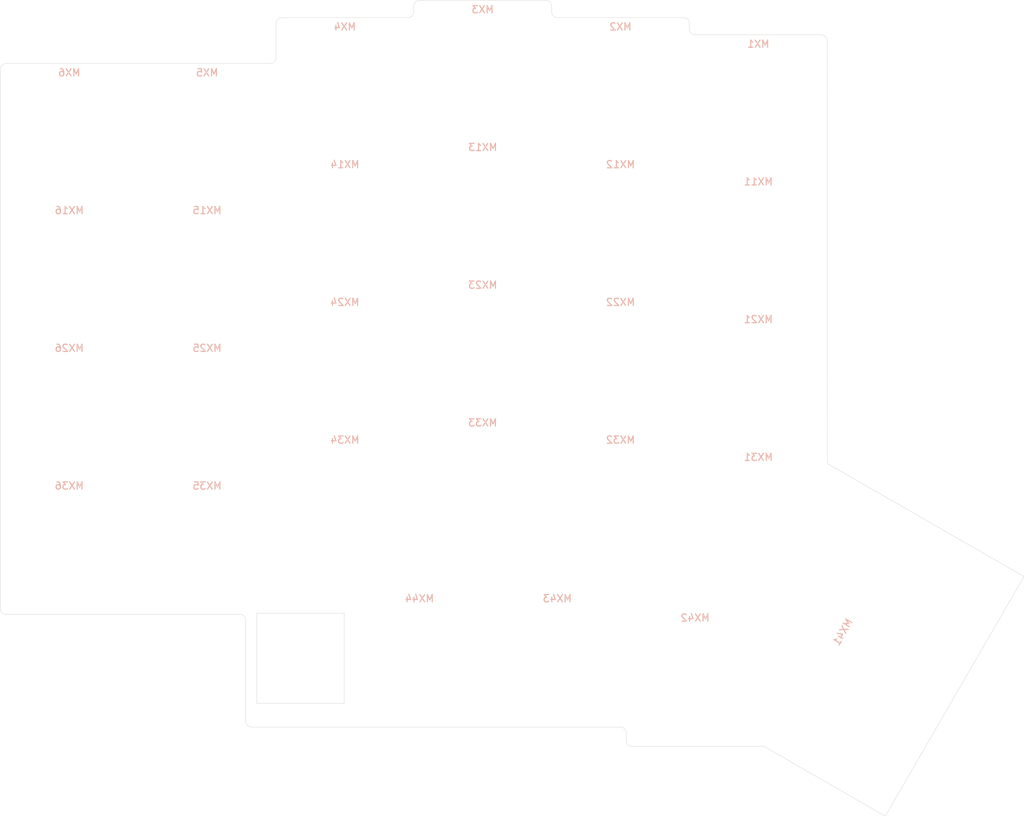
<source format=kicad_pcb>
(kicad_pcb (version 20171130) (host pcbnew "(5.1.9-0-10_14)")

  (general
    (thickness 1.6)
    (drawings 40)
    (tracks 0)
    (zones 0)
    (modules 34)
    (nets 1)
  )

  (page A4)
  (layers
    (0 F.Cu signal)
    (31 B.Cu signal)
    (32 B.Adhes user)
    (33 F.Adhes user)
    (34 B.Paste user)
    (35 F.Paste user)
    (36 B.SilkS user)
    (37 F.SilkS user)
    (38 B.Mask user)
    (39 F.Mask user)
    (40 Dwgs.User user)
    (41 Cmts.User user)
    (42 Eco1.User user)
    (43 Eco2.User user)
    (44 Edge.Cuts user)
    (45 Margin user)
    (46 B.CrtYd user)
    (47 F.CrtYd user)
    (48 B.Fab user)
    (49 F.Fab user)
  )

  (setup
    (last_trace_width 0.25)
    (trace_clearance 0.2)
    (zone_clearance 0.508)
    (zone_45_only no)
    (trace_min 0.2)
    (via_size 0.8)
    (via_drill 0.4)
    (via_min_size 0.4)
    (via_min_drill 0.3)
    (uvia_size 0.3)
    (uvia_drill 0.1)
    (uvias_allowed no)
    (uvia_min_size 0.2)
    (uvia_min_drill 0.1)
    (edge_width 0.05)
    (segment_width 0.2)
    (pcb_text_width 0.3)
    (pcb_text_size 1.5 1.5)
    (mod_edge_width 0.12)
    (mod_text_size 1 1)
    (mod_text_width 0.15)
    (pad_size 1.524 1.524)
    (pad_drill 0.762)
    (pad_to_mask_clearance 0)
    (aux_axis_origin 0 0)
    (grid_origin 221.45 102.39375)
    (visible_elements FFFFFF7F)
    (pcbplotparams
      (layerselection 0x011fc_ffffffff)
      (usegerberextensions false)
      (usegerberattributes true)
      (usegerberadvancedattributes true)
      (creategerberjobfile true)
      (excludeedgelayer true)
      (linewidth 0.100000)
      (plotframeref false)
      (viasonmask false)
      (mode 1)
      (useauxorigin false)
      (hpglpennumber 1)
      (hpglpenspeed 20)
      (hpglpendiameter 15.000000)
      (psnegative false)
      (psa4output false)
      (plotreference true)
      (plotvalue true)
      (plotinvisibletext false)
      (padsonsilk false)
      (subtractmaskfromsilk false)
      (outputformat 1)
      (mirror false)
      (drillshape 0)
      (scaleselection 1)
      (outputdirectory "./wren-plain-top-gerbers"))
  )

  (net 0 "")

  (net_class Default "This is the default net class."
    (clearance 0.2)
    (trace_width 0.25)
    (via_dia 0.8)
    (via_drill 0.4)
    (uvia_dia 0.3)
    (uvia_drill 0.1)
  )

  (module footprints:MX_Stabilizer_Cutout-2u (layer F.Cu) (tedit 59618178) (tstamp 60865085)
    (at 239.484 109.75975 240)
    (fp_text reference REF** (at 0 0 60) (layer F.Fab) hide
      (effects (font (size 1 1) (thickness 0.15)))
    )
    (fp_text value MX_Stabilizer_Cutout-2u (at 0 10.16 60) (layer F.Fab) hide
      (effects (font (size 1 1) (thickness 0.15)))
    )
    (fp_line (start 19 -9.5) (end 19 9.5) (layer Dwgs.User) (width 0.15))
    (fp_line (start 19 9.5) (end -19 9.5) (layer Dwgs.User) (width 0.15))
    (fp_line (start -19 9.5) (end -19 -9.5) (layer Dwgs.User) (width 0.15))
    (fp_line (start -19 -9.5) (end 19 -9.5) (layer Dwgs.User) (width 0.15))
    (pad "" np_thru_hole oval (at -11.938 7.7724 240) (size 3.048 0.3048) (drill oval 3.048 0.3048) (layers *.Cu *.Mask))
    (pad "" np_thru_hole oval (at -10.5664 7.112 240) (size 0.3048 1.4732) (drill oval 0.3048 1.4732) (layers *.Cu *.Mask))
    (pad "" np_thru_hole oval (at -13.3096 7.112 240) (size 0.3048 1.4732) (drill oval 0.3048 1.4732) (layers *.Cu *.Mask))
    (pad "" np_thru_hole oval (at -15.5448 0.3556 240) (size 1.1684 0.3048) (drill oval 1.1684 0.3048) (layers *.Cu *.Mask))
    (pad "" np_thru_hole oval (at -11.938 6.4516 240) (size 6.6548 0.3048) (drill oval 6.6548 0.3048) (layers *.Cu *.Mask))
    (pad "" np_thru_hole oval (at -8.763 0.4572 240) (size 0.3048 12.2936) (drill oval 0.3048 12.2936) (layers *.Cu *.Mask))
    (pad "" np_thru_hole oval (at -15.113 0.4572 240) (size 0.3048 12.2936) (drill oval 0.3048 12.2936) (layers *.Cu *.Mask))
    (pad "" np_thru_hole oval (at -15.9766 -0.889 240) (size 0.3048 2.794) (drill oval 0.3048 2.794) (layers *.Cu *.Mask))
    (pad "" np_thru_hole oval (at -15.5448 -2.1336 240) (size 1.1684 0.3048) (drill oval 1.1684 0.3048) (layers *.Cu *.Mask))
    (pad "" np_thru_hole oval (at -11.938 -5.5372 240) (size 6.6548 0.3048) (drill oval 6.6548 0.3048) (layers *.Cu *.Mask))
    (pad "" np_thru_hole oval (at 15.5448 0.3556 240) (size 1.1684 0.3048) (drill oval 1.1684 0.3048) (layers *.Cu *.Mask))
    (pad "" np_thru_hole oval (at 13.3096 7.112 240) (size 0.3048 1.4732) (drill oval 0.3048 1.4732) (layers *.Cu *.Mask))
    (pad "" np_thru_hole oval (at 15.5448 -2.1336 240) (size 1.1684 0.3048) (drill oval 1.1684 0.3048) (layers *.Cu *.Mask))
    (pad "" np_thru_hole oval (at 10.5664 7.112 240) (size 0.3048 1.4732) (drill oval 0.3048 1.4732) (layers *.Cu *.Mask))
    (pad "" np_thru_hole oval (at 15.9766 -0.889 240) (size 0.3048 2.794) (drill oval 0.3048 2.794) (layers *.Cu *.Mask))
    (pad "" np_thru_hole oval (at 15.113 0.4572 240) (size 0.3048 12.2936) (drill oval 0.3048 12.2936) (layers *.Cu *.Mask))
    (pad "" np_thru_hole oval (at 11.938 6.4516 240) (size 6.6548 0.3048) (drill oval 6.6548 0.3048) (layers *.Cu *.Mask))
    (pad "" np_thru_hole oval (at 8.763 0.4572 240) (size 0.3048 12.2936) (drill oval 0.3048 12.2936) (layers *.Cu *.Mask))
    (pad "" np_thru_hole oval (at 11.938 -5.5372 240) (size 6.6548 0.3048) (drill oval 6.6548 0.3048) (layers *.Cu *.Mask))
    (pad "" np_thru_hole oval (at 11.938 7.7724 240) (size 3.048 0.3048) (drill oval 3.048 0.3048) (layers *.Cu *.Mask))
  )

  (module footprints:MX_Switch_Cutout (layer F.Cu) (tedit 59612069) (tstamp 6072DEE1)
    (at 125.4125 36.5125)
    (path /60752EBC)
    (fp_text reference MX6 (at 0 3.175) (layer Dwgs.User)
      (effects (font (size 1 1) (thickness 0.15)))
    )
    (fp_text value MX-NoLED (at 0 -7.9375) (layer Dwgs.User)
      (effects (font (size 1 1) (thickness 0.15)))
    )
    (fp_line (start 9.5 -9.5) (end 9.5 9.5) (layer Dwgs.User) (width 0.15))
    (fp_line (start 9.5 9.5) (end -9.5 9.5) (layer Dwgs.User) (width 0.15))
    (fp_line (start -9.5 9.5) (end -9.5 -9.5) (layer Dwgs.User) (width 0.15))
    (fp_line (start -9.5 -9.5) (end 9.5 -9.5) (layer Dwgs.User) (width 0.15))
    (fp_text user %V (at 0 8.255) (layer B.Fab)
      (effects (font (size 1 1) (thickness 0.15)) (justify mirror))
    )
    (fp_text user %R (at 0 -8.255) (layer B.SilkS)
      (effects (font (size 1 1) (thickness 0.15)) (justify mirror))
    )
    (pad "" np_thru_hole oval (at 7.14375 2.667) (size 1.3335 0.508) (drill oval 1.3335 0.508) (layers *.Cu *.Mask))
    (pad "" np_thru_hole oval (at -7.14375 2.667) (size 1.3335 0.508) (drill oval 1.3335 0.508) (layers *.Cu *.Mask))
    (pad "" np_thru_hole oval (at 7.14375 -2.667) (size 1.3335 0.508) (drill oval 1.3335 0.508) (layers *.Cu *.Mask))
    (pad "" np_thru_hole oval (at -7.14375 -2.667) (size 1.3335 0.508) (drill oval 1.3335 0.508) (layers *.Cu *.Mask))
    (pad "" np_thru_hole oval (at 0 6.985) (size 5.08 1.27) (drill oval 5.08 1.27) (layers *.Cu *.Mask))
    (pad "" np_thru_hole oval (at 0 -6.985) (size 5.08 1.27) (drill oval 5.08 1.27) (layers *.Cu *.Mask))
    (pad "" np_thru_hole oval (at -6.731 0) (size 0.508 5.842) (drill oval 0.508 5.842) (layers *.Cu *.Mask))
    (pad "" np_thru_hole oval (at 6.731 0) (size 0.508 5.842) (drill oval 0.508 5.842) (layers *.Cu *.Mask))
    (pad "" np_thru_hole oval (at -7.5565 4.699) (size 0.508 4.572) (drill oval 0.508 4.572) (layers *.Cu *.Mask))
    (pad "" np_thru_hole oval (at 7.5565 4.699) (size 0.508 4.572) (drill oval 0.508 4.572) (layers *.Cu *.Mask))
    (pad "" np_thru_hole oval (at 7.5565 -4.699) (size 0.508 4.572) (drill oval 0.508 4.572) (layers *.Cu *.Mask))
    (pad "" np_thru_hole oval (at -7.5565 -4.699) (size 0.508 4.572) (drill oval 0.508 4.572) (layers *.Cu *.Mask))
    (pad "" np_thru_hole oval (at 0 6.731) (size 15.5956 0.508) (drill oval 15.5956 0.508) (layers *.Cu *.Mask))
    (pad "" np_thru_hole oval (at 0 -6.731) (size 15.5956 0.508) (drill oval 15.5956 0.508) (layers *.Cu *.Mask))
  )

  (module footprints:MX_Switch_Cutout (layer F.Cu) (tedit 59612069) (tstamp 6072E1CF)
    (at 125.4125 93.6625)
    (path /607231E0)
    (fp_text reference MX36 (at 0 3.175) (layer Dwgs.User)
      (effects (font (size 1 1) (thickness 0.15)))
    )
    (fp_text value MX-NoLED (at 0 -7.9375) (layer Dwgs.User)
      (effects (font (size 1 1) (thickness 0.15)))
    )
    (fp_line (start 9.5 -9.5) (end 9.5 9.5) (layer Dwgs.User) (width 0.15))
    (fp_line (start 9.5 9.5) (end -9.5 9.5) (layer Dwgs.User) (width 0.15))
    (fp_line (start -9.5 9.5) (end -9.5 -9.5) (layer Dwgs.User) (width 0.15))
    (fp_line (start -9.5 -9.5) (end 9.5 -9.5) (layer Dwgs.User) (width 0.15))
    (fp_text user %V (at 0 8.255) (layer B.Fab)
      (effects (font (size 1 1) (thickness 0.15)) (justify mirror))
    )
    (fp_text user %R (at 0 -8.255) (layer B.SilkS)
      (effects (font (size 1 1) (thickness 0.15)) (justify mirror))
    )
    (pad "" np_thru_hole oval (at 7.14375 2.667) (size 1.3335 0.508) (drill oval 1.3335 0.508) (layers *.Cu *.Mask))
    (pad "" np_thru_hole oval (at -7.14375 2.667) (size 1.3335 0.508) (drill oval 1.3335 0.508) (layers *.Cu *.Mask))
    (pad "" np_thru_hole oval (at 7.14375 -2.667) (size 1.3335 0.508) (drill oval 1.3335 0.508) (layers *.Cu *.Mask))
    (pad "" np_thru_hole oval (at -7.14375 -2.667) (size 1.3335 0.508) (drill oval 1.3335 0.508) (layers *.Cu *.Mask))
    (pad "" np_thru_hole oval (at 0 6.985) (size 5.08 1.27) (drill oval 5.08 1.27) (layers *.Cu *.Mask))
    (pad "" np_thru_hole oval (at 0 -6.985) (size 5.08 1.27) (drill oval 5.08 1.27) (layers *.Cu *.Mask))
    (pad "" np_thru_hole oval (at -6.731 0) (size 0.508 5.842) (drill oval 0.508 5.842) (layers *.Cu *.Mask))
    (pad "" np_thru_hole oval (at 6.731 0) (size 0.508 5.842) (drill oval 0.508 5.842) (layers *.Cu *.Mask))
    (pad "" np_thru_hole oval (at -7.5565 4.699) (size 0.508 4.572) (drill oval 0.508 4.572) (layers *.Cu *.Mask))
    (pad "" np_thru_hole oval (at 7.5565 4.699) (size 0.508 4.572) (drill oval 0.508 4.572) (layers *.Cu *.Mask))
    (pad "" np_thru_hole oval (at 7.5565 -4.699) (size 0.508 4.572) (drill oval 0.508 4.572) (layers *.Cu *.Mask))
    (pad "" np_thru_hole oval (at -7.5565 -4.699) (size 0.508 4.572) (drill oval 0.508 4.572) (layers *.Cu *.Mask))
    (pad "" np_thru_hole oval (at 0 6.731) (size 15.5956 0.508) (drill oval 15.5956 0.508) (layers *.Cu *.Mask))
    (pad "" np_thru_hole oval (at 0 -6.731) (size 15.5956 0.508) (drill oval 15.5956 0.508) (layers *.Cu *.Mask))
  )

  (module footprints:MX_Switch_Cutout (layer F.Cu) (tedit 59612069) (tstamp 6072E24C)
    (at 239.484 109.75975 60)
    (path /6072AAD1)
    (fp_text reference MX41 (at 0 3.175 60) (layer Dwgs.User)
      (effects (font (size 1 1) (thickness 0.15)))
    )
    (fp_text value MX-NoLED (at 0 -7.9375 60) (layer Dwgs.User)
      (effects (font (size 1 1) (thickness 0.15)))
    )
    (fp_line (start 9.5 -9.5) (end 9.5 9.5) (layer Dwgs.User) (width 0.15))
    (fp_line (start 9.5 9.5) (end -9.5 9.5) (layer Dwgs.User) (width 0.15))
    (fp_line (start -9.5 9.5) (end -9.5 -9.5) (layer Dwgs.User) (width 0.15))
    (fp_line (start -9.5 -9.5) (end 9.5 -9.5) (layer Dwgs.User) (width 0.15))
    (fp_text user %V (at 0 8.255 60) (layer B.Fab)
      (effects (font (size 1 1) (thickness 0.15)) (justify mirror))
    )
    (fp_text user %R (at 0 -8.255 60) (layer B.SilkS)
      (effects (font (size 1 1) (thickness 0.15)) (justify mirror))
    )
    (pad "" np_thru_hole oval (at 7.14375 2.667 60) (size 1.3335 0.508) (drill oval 1.3335 0.508) (layers *.Cu *.Mask))
    (pad "" np_thru_hole oval (at -7.14375 2.667 60) (size 1.3335 0.508) (drill oval 1.3335 0.508) (layers *.Cu *.Mask))
    (pad "" np_thru_hole oval (at 7.14375 -2.667 60) (size 1.3335 0.508) (drill oval 1.3335 0.508) (layers *.Cu *.Mask))
    (pad "" np_thru_hole oval (at -7.14375 -2.667 60) (size 1.3335 0.508) (drill oval 1.3335 0.508) (layers *.Cu *.Mask))
    (pad "" np_thru_hole oval (at 0 6.985 60) (size 5.08 1.27) (drill oval 5.08 1.27) (layers *.Cu *.Mask))
    (pad "" np_thru_hole oval (at 0 -6.985 60) (size 5.08 1.27) (drill oval 5.08 1.27) (layers *.Cu *.Mask))
    (pad "" np_thru_hole oval (at -6.731 0 60) (size 0.508 5.842) (drill oval 0.508 5.842) (layers *.Cu *.Mask))
    (pad "" np_thru_hole oval (at 6.731 0 60) (size 0.508 5.842) (drill oval 0.508 5.842) (layers *.Cu *.Mask))
    (pad "" np_thru_hole oval (at -7.5565 4.699 60) (size 0.508 4.572) (drill oval 0.508 4.572) (layers *.Cu *.Mask))
    (pad "" np_thru_hole oval (at 7.5565 4.699 60) (size 0.508 4.572) (drill oval 0.508 4.572) (layers *.Cu *.Mask))
    (pad "" np_thru_hole oval (at 7.5565 -4.699 60) (size 0.508 4.572) (drill oval 0.508 4.572) (layers *.Cu *.Mask))
    (pad "" np_thru_hole oval (at -7.5565 -4.699 60) (size 0.508 4.572) (drill oval 0.508 4.572) (layers *.Cu *.Mask))
    (pad "" np_thru_hole oval (at 0 6.731 60) (size 15.5956 0.508) (drill oval 15.5956 0.508) (layers *.Cu *.Mask))
    (pad "" np_thru_hole oval (at 0 -6.731 60) (size 15.5956 0.508) (drill oval 15.5956 0.508) (layers *.Cu *.Mask))
  )

  (module footprints:MX_Switch_Cutout (layer F.Cu) (tedit 59612069) (tstamp 6072DFC2)
    (at 144.4625 55.5625)
    (path /60759B22)
    (fp_text reference MX15 (at 0 3.175) (layer Dwgs.User)
      (effects (font (size 1 1) (thickness 0.15)))
    )
    (fp_text value MX-NoLED (at 0 -7.9375) (layer Dwgs.User)
      (effects (font (size 1 1) (thickness 0.15)))
    )
    (fp_line (start 9.5 -9.5) (end 9.5 9.5) (layer Dwgs.User) (width 0.15))
    (fp_line (start 9.5 9.5) (end -9.5 9.5) (layer Dwgs.User) (width 0.15))
    (fp_line (start -9.5 9.5) (end -9.5 -9.5) (layer Dwgs.User) (width 0.15))
    (fp_line (start -9.5 -9.5) (end 9.5 -9.5) (layer Dwgs.User) (width 0.15))
    (fp_text user %V (at 0 8.255) (layer B.Fab)
      (effects (font (size 1 1) (thickness 0.15)) (justify mirror))
    )
    (fp_text user %R (at 0 -8.255) (layer B.SilkS)
      (effects (font (size 1 1) (thickness 0.15)) (justify mirror))
    )
    (pad "" np_thru_hole oval (at 7.14375 2.667) (size 1.3335 0.508) (drill oval 1.3335 0.508) (layers *.Cu *.Mask))
    (pad "" np_thru_hole oval (at -7.14375 2.667) (size 1.3335 0.508) (drill oval 1.3335 0.508) (layers *.Cu *.Mask))
    (pad "" np_thru_hole oval (at 7.14375 -2.667) (size 1.3335 0.508) (drill oval 1.3335 0.508) (layers *.Cu *.Mask))
    (pad "" np_thru_hole oval (at -7.14375 -2.667) (size 1.3335 0.508) (drill oval 1.3335 0.508) (layers *.Cu *.Mask))
    (pad "" np_thru_hole oval (at 0 6.985) (size 5.08 1.27) (drill oval 5.08 1.27) (layers *.Cu *.Mask))
    (pad "" np_thru_hole oval (at 0 -6.985) (size 5.08 1.27) (drill oval 5.08 1.27) (layers *.Cu *.Mask))
    (pad "" np_thru_hole oval (at -6.731 0) (size 0.508 5.842) (drill oval 0.508 5.842) (layers *.Cu *.Mask))
    (pad "" np_thru_hole oval (at 6.731 0) (size 0.508 5.842) (drill oval 0.508 5.842) (layers *.Cu *.Mask))
    (pad "" np_thru_hole oval (at -7.5565 4.699) (size 0.508 4.572) (drill oval 0.508 4.572) (layers *.Cu *.Mask))
    (pad "" np_thru_hole oval (at 7.5565 4.699) (size 0.508 4.572) (drill oval 0.508 4.572) (layers *.Cu *.Mask))
    (pad "" np_thru_hole oval (at 7.5565 -4.699) (size 0.508 4.572) (drill oval 0.508 4.572) (layers *.Cu *.Mask))
    (pad "" np_thru_hole oval (at -7.5565 -4.699) (size 0.508 4.572) (drill oval 0.508 4.572) (layers *.Cu *.Mask))
    (pad "" np_thru_hole oval (at 0 6.731) (size 15.5956 0.508) (drill oval 15.5956 0.508) (layers *.Cu *.Mask))
    (pad "" np_thru_hole oval (at 0 -6.731) (size 15.5956 0.508) (drill oval 15.5956 0.508) (layers *.Cu *.Mask))
  )

  (module footprints:MX_Switch_Cutout (layer F.Cu) (tedit 59612069) (tstamp 607E52C8)
    (at 173.825 109.25175)
    (path /6072C094)
    (fp_text reference MX44 (at 0 3.175) (layer Dwgs.User)
      (effects (font (size 1 1) (thickness 0.15)))
    )
    (fp_text value MX-NoLED (at 0 -7.9375) (layer Dwgs.User)
      (effects (font (size 1 1) (thickness 0.15)))
    )
    (fp_line (start 9.5 -9.5) (end 9.5 9.5) (layer Dwgs.User) (width 0.15))
    (fp_line (start 9.5 9.5) (end -9.5 9.5) (layer Dwgs.User) (width 0.15))
    (fp_line (start -9.5 9.5) (end -9.5 -9.5) (layer Dwgs.User) (width 0.15))
    (fp_line (start -9.5 -9.5) (end 9.5 -9.5) (layer Dwgs.User) (width 0.15))
    (fp_text user %V (at 0 8.255) (layer B.Fab)
      (effects (font (size 1 1) (thickness 0.15)) (justify mirror))
    )
    (fp_text user %R (at 0 -8.255) (layer B.SilkS)
      (effects (font (size 1 1) (thickness 0.15)) (justify mirror))
    )
    (pad "" np_thru_hole oval (at 7.14375 2.667) (size 1.3335 0.508) (drill oval 1.3335 0.508) (layers *.Cu *.Mask))
    (pad "" np_thru_hole oval (at -7.14375 2.667) (size 1.3335 0.508) (drill oval 1.3335 0.508) (layers *.Cu *.Mask))
    (pad "" np_thru_hole oval (at 7.14375 -2.667) (size 1.3335 0.508) (drill oval 1.3335 0.508) (layers *.Cu *.Mask))
    (pad "" np_thru_hole oval (at -7.14375 -2.667) (size 1.3335 0.508) (drill oval 1.3335 0.508) (layers *.Cu *.Mask))
    (pad "" np_thru_hole oval (at 0 6.985) (size 5.08 1.27) (drill oval 5.08 1.27) (layers *.Cu *.Mask))
    (pad "" np_thru_hole oval (at 0 -6.985) (size 5.08 1.27) (drill oval 5.08 1.27) (layers *.Cu *.Mask))
    (pad "" np_thru_hole oval (at -6.731 0) (size 0.508 5.842) (drill oval 0.508 5.842) (layers *.Cu *.Mask))
    (pad "" np_thru_hole oval (at 6.731 0) (size 0.508 5.842) (drill oval 0.508 5.842) (layers *.Cu *.Mask))
    (pad "" np_thru_hole oval (at -7.5565 4.699) (size 0.508 4.572) (drill oval 0.508 4.572) (layers *.Cu *.Mask))
    (pad "" np_thru_hole oval (at 7.5565 4.699) (size 0.508 4.572) (drill oval 0.508 4.572) (layers *.Cu *.Mask))
    (pad "" np_thru_hole oval (at 7.5565 -4.699) (size 0.508 4.572) (drill oval 0.508 4.572) (layers *.Cu *.Mask))
    (pad "" np_thru_hole oval (at -7.5565 -4.699) (size 0.508 4.572) (drill oval 0.508 4.572) (layers *.Cu *.Mask))
    (pad "" np_thru_hole oval (at 0 6.731) (size 15.5956 0.508) (drill oval 15.5956 0.508) (layers *.Cu *.Mask))
    (pad "" np_thru_hole oval (at 0 -6.731) (size 15.5956 0.508) (drill oval 15.5956 0.508) (layers *.Cu *.Mask))
  )

  (module footprints:MX_Switch_Cutout (layer F.Cu) (tedit 59612069) (tstamp 6072E27E)
    (at 192.875 109.25175)
    (path /6072BC7D)
    (fp_text reference MX43 (at 0 3.175) (layer Dwgs.User)
      (effects (font (size 1 1) (thickness 0.15)))
    )
    (fp_text value MX-NoLED (at 0 -7.9375) (layer Dwgs.User)
      (effects (font (size 1 1) (thickness 0.15)))
    )
    (fp_line (start 9.5 -9.5) (end 9.5 9.5) (layer Dwgs.User) (width 0.15))
    (fp_line (start 9.5 9.5) (end -9.5 9.5) (layer Dwgs.User) (width 0.15))
    (fp_line (start -9.5 9.5) (end -9.5 -9.5) (layer Dwgs.User) (width 0.15))
    (fp_line (start -9.5 -9.5) (end 9.5 -9.5) (layer Dwgs.User) (width 0.15))
    (fp_text user %V (at 0 8.255) (layer B.Fab)
      (effects (font (size 1 1) (thickness 0.15)) (justify mirror))
    )
    (fp_text user %R (at 0 -8.255) (layer B.SilkS)
      (effects (font (size 1 1) (thickness 0.15)) (justify mirror))
    )
    (pad "" np_thru_hole oval (at 7.14375 2.667) (size 1.3335 0.508) (drill oval 1.3335 0.508) (layers *.Cu *.Mask))
    (pad "" np_thru_hole oval (at -7.14375 2.667) (size 1.3335 0.508) (drill oval 1.3335 0.508) (layers *.Cu *.Mask))
    (pad "" np_thru_hole oval (at 7.14375 -2.667) (size 1.3335 0.508) (drill oval 1.3335 0.508) (layers *.Cu *.Mask))
    (pad "" np_thru_hole oval (at -7.14375 -2.667) (size 1.3335 0.508) (drill oval 1.3335 0.508) (layers *.Cu *.Mask))
    (pad "" np_thru_hole oval (at 0 6.985) (size 5.08 1.27) (drill oval 5.08 1.27) (layers *.Cu *.Mask))
    (pad "" np_thru_hole oval (at 0 -6.985) (size 5.08 1.27) (drill oval 5.08 1.27) (layers *.Cu *.Mask))
    (pad "" np_thru_hole oval (at -6.731 0) (size 0.508 5.842) (drill oval 0.508 5.842) (layers *.Cu *.Mask))
    (pad "" np_thru_hole oval (at 6.731 0) (size 0.508 5.842) (drill oval 0.508 5.842) (layers *.Cu *.Mask))
    (pad "" np_thru_hole oval (at -7.5565 4.699) (size 0.508 4.572) (drill oval 0.508 4.572) (layers *.Cu *.Mask))
    (pad "" np_thru_hole oval (at 7.5565 4.699) (size 0.508 4.572) (drill oval 0.508 4.572) (layers *.Cu *.Mask))
    (pad "" np_thru_hole oval (at 7.5565 -4.699) (size 0.508 4.572) (drill oval 0.508 4.572) (layers *.Cu *.Mask))
    (pad "" np_thru_hole oval (at -7.5565 -4.699) (size 0.508 4.572) (drill oval 0.508 4.572) (layers *.Cu *.Mask))
    (pad "" np_thru_hole oval (at 0 6.731) (size 15.5956 0.508) (drill oval 15.5956 0.508) (layers *.Cu *.Mask))
    (pad "" np_thru_hole oval (at 0 -6.731) (size 15.5956 0.508) (drill oval 15.5956 0.508) (layers *.Cu *.Mask))
  )

  (module footprints:MX_Switch_Cutout (layer F.Cu) (tedit 59612069) (tstamp 6072E265)
    (at 211.925 111.91875)
    (path /6072B58C)
    (fp_text reference MX42 (at 0 3.175) (layer Dwgs.User)
      (effects (font (size 1 1) (thickness 0.15)))
    )
    (fp_text value MX-NoLED (at 0 -7.9375) (layer Dwgs.User)
      (effects (font (size 1 1) (thickness 0.15)))
    )
    (fp_line (start 9.5 -9.5) (end 9.5 9.5) (layer Dwgs.User) (width 0.15))
    (fp_line (start 9.5 9.5) (end -9.5 9.5) (layer Dwgs.User) (width 0.15))
    (fp_line (start -9.5 9.5) (end -9.5 -9.5) (layer Dwgs.User) (width 0.15))
    (fp_line (start -9.5 -9.5) (end 9.5 -9.5) (layer Dwgs.User) (width 0.15))
    (fp_text user %V (at 0 8.255) (layer B.Fab)
      (effects (font (size 1 1) (thickness 0.15)) (justify mirror))
    )
    (fp_text user %R (at 0 -8.255) (layer B.SilkS)
      (effects (font (size 1 1) (thickness 0.15)) (justify mirror))
    )
    (pad "" np_thru_hole oval (at 7.14375 2.667) (size 1.3335 0.508) (drill oval 1.3335 0.508) (layers *.Cu *.Mask))
    (pad "" np_thru_hole oval (at -7.14375 2.667) (size 1.3335 0.508) (drill oval 1.3335 0.508) (layers *.Cu *.Mask))
    (pad "" np_thru_hole oval (at 7.14375 -2.667) (size 1.3335 0.508) (drill oval 1.3335 0.508) (layers *.Cu *.Mask))
    (pad "" np_thru_hole oval (at -7.14375 -2.667) (size 1.3335 0.508) (drill oval 1.3335 0.508) (layers *.Cu *.Mask))
    (pad "" np_thru_hole oval (at 0 6.985) (size 5.08 1.27) (drill oval 5.08 1.27) (layers *.Cu *.Mask))
    (pad "" np_thru_hole oval (at 0 -6.985) (size 5.08 1.27) (drill oval 5.08 1.27) (layers *.Cu *.Mask))
    (pad "" np_thru_hole oval (at -6.731 0) (size 0.508 5.842) (drill oval 0.508 5.842) (layers *.Cu *.Mask))
    (pad "" np_thru_hole oval (at 6.731 0) (size 0.508 5.842) (drill oval 0.508 5.842) (layers *.Cu *.Mask))
    (pad "" np_thru_hole oval (at -7.5565 4.699) (size 0.508 4.572) (drill oval 0.508 4.572) (layers *.Cu *.Mask))
    (pad "" np_thru_hole oval (at 7.5565 4.699) (size 0.508 4.572) (drill oval 0.508 4.572) (layers *.Cu *.Mask))
    (pad "" np_thru_hole oval (at 7.5565 -4.699) (size 0.508 4.572) (drill oval 0.508 4.572) (layers *.Cu *.Mask))
    (pad "" np_thru_hole oval (at -7.5565 -4.699) (size 0.508 4.572) (drill oval 0.508 4.572) (layers *.Cu *.Mask))
    (pad "" np_thru_hole oval (at 0 6.731) (size 15.5956 0.508) (drill oval 15.5956 0.508) (layers *.Cu *.Mask))
    (pad "" np_thru_hole oval (at 0 -6.731) (size 15.5956 0.508) (drill oval 15.5956 0.508) (layers *.Cu *.Mask))
  )

  (module footprints:MX_Switch_Cutout (layer F.Cu) (tedit 59612069) (tstamp 6072E1B6)
    (at 144.4625 93.6625)
    (path /607229FF)
    (fp_text reference MX35 (at 0 3.175) (layer Dwgs.User)
      (effects (font (size 1 1) (thickness 0.15)))
    )
    (fp_text value MX-NoLED (at 0 -7.9375) (layer Dwgs.User)
      (effects (font (size 1 1) (thickness 0.15)))
    )
    (fp_line (start 9.5 -9.5) (end 9.5 9.5) (layer Dwgs.User) (width 0.15))
    (fp_line (start 9.5 9.5) (end -9.5 9.5) (layer Dwgs.User) (width 0.15))
    (fp_line (start -9.5 9.5) (end -9.5 -9.5) (layer Dwgs.User) (width 0.15))
    (fp_line (start -9.5 -9.5) (end 9.5 -9.5) (layer Dwgs.User) (width 0.15))
    (fp_text user %V (at 0 8.255) (layer B.Fab)
      (effects (font (size 1 1) (thickness 0.15)) (justify mirror))
    )
    (fp_text user %R (at 0 -8.255) (layer B.SilkS)
      (effects (font (size 1 1) (thickness 0.15)) (justify mirror))
    )
    (pad "" np_thru_hole oval (at 7.14375 2.667) (size 1.3335 0.508) (drill oval 1.3335 0.508) (layers *.Cu *.Mask))
    (pad "" np_thru_hole oval (at -7.14375 2.667) (size 1.3335 0.508) (drill oval 1.3335 0.508) (layers *.Cu *.Mask))
    (pad "" np_thru_hole oval (at 7.14375 -2.667) (size 1.3335 0.508) (drill oval 1.3335 0.508) (layers *.Cu *.Mask))
    (pad "" np_thru_hole oval (at -7.14375 -2.667) (size 1.3335 0.508) (drill oval 1.3335 0.508) (layers *.Cu *.Mask))
    (pad "" np_thru_hole oval (at 0 6.985) (size 5.08 1.27) (drill oval 5.08 1.27) (layers *.Cu *.Mask))
    (pad "" np_thru_hole oval (at 0 -6.985) (size 5.08 1.27) (drill oval 5.08 1.27) (layers *.Cu *.Mask))
    (pad "" np_thru_hole oval (at -6.731 0) (size 0.508 5.842) (drill oval 0.508 5.842) (layers *.Cu *.Mask))
    (pad "" np_thru_hole oval (at 6.731 0) (size 0.508 5.842) (drill oval 0.508 5.842) (layers *.Cu *.Mask))
    (pad "" np_thru_hole oval (at -7.5565 4.699) (size 0.508 4.572) (drill oval 0.508 4.572) (layers *.Cu *.Mask))
    (pad "" np_thru_hole oval (at 7.5565 4.699) (size 0.508 4.572) (drill oval 0.508 4.572) (layers *.Cu *.Mask))
    (pad "" np_thru_hole oval (at 7.5565 -4.699) (size 0.508 4.572) (drill oval 0.508 4.572) (layers *.Cu *.Mask))
    (pad "" np_thru_hole oval (at -7.5565 -4.699) (size 0.508 4.572) (drill oval 0.508 4.572) (layers *.Cu *.Mask))
    (pad "" np_thru_hole oval (at 0 6.731) (size 15.5956 0.508) (drill oval 15.5956 0.508) (layers *.Cu *.Mask))
    (pad "" np_thru_hole oval (at 0 -6.731) (size 15.5956 0.508) (drill oval 15.5956 0.508) (layers *.Cu *.Mask))
  )

  (module footprints:MX_Switch_Cutout (layer F.Cu) (tedit 59612069) (tstamp 6072E19D)
    (at 163.5125 87.3125)
    (path /60722561)
    (fp_text reference MX34 (at 0 3.175) (layer Dwgs.User)
      (effects (font (size 1 1) (thickness 0.15)))
    )
    (fp_text value MX-NoLED (at 0 -7.9375) (layer Dwgs.User)
      (effects (font (size 1 1) (thickness 0.15)))
    )
    (fp_line (start 9.5 -9.5) (end 9.5 9.5) (layer Dwgs.User) (width 0.15))
    (fp_line (start 9.5 9.5) (end -9.5 9.5) (layer Dwgs.User) (width 0.15))
    (fp_line (start -9.5 9.5) (end -9.5 -9.5) (layer Dwgs.User) (width 0.15))
    (fp_line (start -9.5 -9.5) (end 9.5 -9.5) (layer Dwgs.User) (width 0.15))
    (fp_text user %V (at 0 8.255) (layer B.Fab)
      (effects (font (size 1 1) (thickness 0.15)) (justify mirror))
    )
    (fp_text user %R (at 0 -8.255) (layer B.SilkS)
      (effects (font (size 1 1) (thickness 0.15)) (justify mirror))
    )
    (pad "" np_thru_hole oval (at 7.14375 2.667) (size 1.3335 0.508) (drill oval 1.3335 0.508) (layers *.Cu *.Mask))
    (pad "" np_thru_hole oval (at -7.14375 2.667) (size 1.3335 0.508) (drill oval 1.3335 0.508) (layers *.Cu *.Mask))
    (pad "" np_thru_hole oval (at 7.14375 -2.667) (size 1.3335 0.508) (drill oval 1.3335 0.508) (layers *.Cu *.Mask))
    (pad "" np_thru_hole oval (at -7.14375 -2.667) (size 1.3335 0.508) (drill oval 1.3335 0.508) (layers *.Cu *.Mask))
    (pad "" np_thru_hole oval (at 0 6.985) (size 5.08 1.27) (drill oval 5.08 1.27) (layers *.Cu *.Mask))
    (pad "" np_thru_hole oval (at 0 -6.985) (size 5.08 1.27) (drill oval 5.08 1.27) (layers *.Cu *.Mask))
    (pad "" np_thru_hole oval (at -6.731 0) (size 0.508 5.842) (drill oval 0.508 5.842) (layers *.Cu *.Mask))
    (pad "" np_thru_hole oval (at 6.731 0) (size 0.508 5.842) (drill oval 0.508 5.842) (layers *.Cu *.Mask))
    (pad "" np_thru_hole oval (at -7.5565 4.699) (size 0.508 4.572) (drill oval 0.508 4.572) (layers *.Cu *.Mask))
    (pad "" np_thru_hole oval (at 7.5565 4.699) (size 0.508 4.572) (drill oval 0.508 4.572) (layers *.Cu *.Mask))
    (pad "" np_thru_hole oval (at 7.5565 -4.699) (size 0.508 4.572) (drill oval 0.508 4.572) (layers *.Cu *.Mask))
    (pad "" np_thru_hole oval (at -7.5565 -4.699) (size 0.508 4.572) (drill oval 0.508 4.572) (layers *.Cu *.Mask))
    (pad "" np_thru_hole oval (at 0 6.731) (size 15.5956 0.508) (drill oval 15.5956 0.508) (layers *.Cu *.Mask))
    (pad "" np_thru_hole oval (at 0 -6.731) (size 15.5956 0.508) (drill oval 15.5956 0.508) (layers *.Cu *.Mask))
  )

  (module footprints:MX_Switch_Cutout (layer F.Cu) (tedit 59612069) (tstamp 6072E184)
    (at 182.5625 84.93125)
    (path /607220D2)
    (fp_text reference MX33 (at 0 3.175) (layer Dwgs.User)
      (effects (font (size 1 1) (thickness 0.15)))
    )
    (fp_text value MX-NoLED (at 0 -7.9375) (layer Dwgs.User)
      (effects (font (size 1 1) (thickness 0.15)))
    )
    (fp_line (start 9.5 -9.5) (end 9.5 9.5) (layer Dwgs.User) (width 0.15))
    (fp_line (start 9.5 9.5) (end -9.5 9.5) (layer Dwgs.User) (width 0.15))
    (fp_line (start -9.5 9.5) (end -9.5 -9.5) (layer Dwgs.User) (width 0.15))
    (fp_line (start -9.5 -9.5) (end 9.5 -9.5) (layer Dwgs.User) (width 0.15))
    (fp_text user %V (at 0 8.255) (layer B.Fab)
      (effects (font (size 1 1) (thickness 0.15)) (justify mirror))
    )
    (fp_text user %R (at 0 -8.255) (layer B.SilkS)
      (effects (font (size 1 1) (thickness 0.15)) (justify mirror))
    )
    (pad "" np_thru_hole oval (at 7.14375 2.667) (size 1.3335 0.508) (drill oval 1.3335 0.508) (layers *.Cu *.Mask))
    (pad "" np_thru_hole oval (at -7.14375 2.667) (size 1.3335 0.508) (drill oval 1.3335 0.508) (layers *.Cu *.Mask))
    (pad "" np_thru_hole oval (at 7.14375 -2.667) (size 1.3335 0.508) (drill oval 1.3335 0.508) (layers *.Cu *.Mask))
    (pad "" np_thru_hole oval (at -7.14375 -2.667) (size 1.3335 0.508) (drill oval 1.3335 0.508) (layers *.Cu *.Mask))
    (pad "" np_thru_hole oval (at 0 6.985) (size 5.08 1.27) (drill oval 5.08 1.27) (layers *.Cu *.Mask))
    (pad "" np_thru_hole oval (at 0 -6.985) (size 5.08 1.27) (drill oval 5.08 1.27) (layers *.Cu *.Mask))
    (pad "" np_thru_hole oval (at -6.731 0) (size 0.508 5.842) (drill oval 0.508 5.842) (layers *.Cu *.Mask))
    (pad "" np_thru_hole oval (at 6.731 0) (size 0.508 5.842) (drill oval 0.508 5.842) (layers *.Cu *.Mask))
    (pad "" np_thru_hole oval (at -7.5565 4.699) (size 0.508 4.572) (drill oval 0.508 4.572) (layers *.Cu *.Mask))
    (pad "" np_thru_hole oval (at 7.5565 4.699) (size 0.508 4.572) (drill oval 0.508 4.572) (layers *.Cu *.Mask))
    (pad "" np_thru_hole oval (at 7.5565 -4.699) (size 0.508 4.572) (drill oval 0.508 4.572) (layers *.Cu *.Mask))
    (pad "" np_thru_hole oval (at -7.5565 -4.699) (size 0.508 4.572) (drill oval 0.508 4.572) (layers *.Cu *.Mask))
    (pad "" np_thru_hole oval (at 0 6.731) (size 15.5956 0.508) (drill oval 15.5956 0.508) (layers *.Cu *.Mask))
    (pad "" np_thru_hole oval (at 0 -6.731) (size 15.5956 0.508) (drill oval 15.5956 0.508) (layers *.Cu *.Mask))
  )

  (module footprints:MX_Switch_Cutout (layer F.Cu) (tedit 59612069) (tstamp 6072E16B)
    (at 201.6125 87.3125)
    (path /607218EC)
    (fp_text reference MX32 (at 0 3.175) (layer Dwgs.User)
      (effects (font (size 1 1) (thickness 0.15)))
    )
    (fp_text value MX-NoLED (at 0 -7.9375) (layer Dwgs.User)
      (effects (font (size 1 1) (thickness 0.15)))
    )
    (fp_line (start 9.5 -9.5) (end 9.5 9.5) (layer Dwgs.User) (width 0.15))
    (fp_line (start 9.5 9.5) (end -9.5 9.5) (layer Dwgs.User) (width 0.15))
    (fp_line (start -9.5 9.5) (end -9.5 -9.5) (layer Dwgs.User) (width 0.15))
    (fp_line (start -9.5 -9.5) (end 9.5 -9.5) (layer Dwgs.User) (width 0.15))
    (fp_text user %V (at 0 8.255) (layer B.Fab)
      (effects (font (size 1 1) (thickness 0.15)) (justify mirror))
    )
    (fp_text user %R (at 0 -8.255) (layer B.SilkS)
      (effects (font (size 1 1) (thickness 0.15)) (justify mirror))
    )
    (pad "" np_thru_hole oval (at 7.14375 2.667) (size 1.3335 0.508) (drill oval 1.3335 0.508) (layers *.Cu *.Mask))
    (pad "" np_thru_hole oval (at -7.14375 2.667) (size 1.3335 0.508) (drill oval 1.3335 0.508) (layers *.Cu *.Mask))
    (pad "" np_thru_hole oval (at 7.14375 -2.667) (size 1.3335 0.508) (drill oval 1.3335 0.508) (layers *.Cu *.Mask))
    (pad "" np_thru_hole oval (at -7.14375 -2.667) (size 1.3335 0.508) (drill oval 1.3335 0.508) (layers *.Cu *.Mask))
    (pad "" np_thru_hole oval (at 0 6.985) (size 5.08 1.27) (drill oval 5.08 1.27) (layers *.Cu *.Mask))
    (pad "" np_thru_hole oval (at 0 -6.985) (size 5.08 1.27) (drill oval 5.08 1.27) (layers *.Cu *.Mask))
    (pad "" np_thru_hole oval (at -6.731 0) (size 0.508 5.842) (drill oval 0.508 5.842) (layers *.Cu *.Mask))
    (pad "" np_thru_hole oval (at 6.731 0) (size 0.508 5.842) (drill oval 0.508 5.842) (layers *.Cu *.Mask))
    (pad "" np_thru_hole oval (at -7.5565 4.699) (size 0.508 4.572) (drill oval 0.508 4.572) (layers *.Cu *.Mask))
    (pad "" np_thru_hole oval (at 7.5565 4.699) (size 0.508 4.572) (drill oval 0.508 4.572) (layers *.Cu *.Mask))
    (pad "" np_thru_hole oval (at 7.5565 -4.699) (size 0.508 4.572) (drill oval 0.508 4.572) (layers *.Cu *.Mask))
    (pad "" np_thru_hole oval (at -7.5565 -4.699) (size 0.508 4.572) (drill oval 0.508 4.572) (layers *.Cu *.Mask))
    (pad "" np_thru_hole oval (at 0 6.731) (size 15.5956 0.508) (drill oval 15.5956 0.508) (layers *.Cu *.Mask))
    (pad "" np_thru_hole oval (at 0 -6.731) (size 15.5956 0.508) (drill oval 15.5956 0.508) (layers *.Cu *.Mask))
  )

  (module footprints:MX_Switch_Cutout (layer F.Cu) (tedit 59612069) (tstamp 6072E152)
    (at 220.6625 89.69375)
    (path /60720CBF)
    (fp_text reference MX31 (at 0 3.175) (layer Dwgs.User)
      (effects (font (size 1 1) (thickness 0.15)))
    )
    (fp_text value MX-NoLED (at 0 -7.9375) (layer Dwgs.User)
      (effects (font (size 1 1) (thickness 0.15)))
    )
    (fp_line (start 9.5 -9.5) (end 9.5 9.5) (layer Dwgs.User) (width 0.15))
    (fp_line (start 9.5 9.5) (end -9.5 9.5) (layer Dwgs.User) (width 0.15))
    (fp_line (start -9.5 9.5) (end -9.5 -9.5) (layer Dwgs.User) (width 0.15))
    (fp_line (start -9.5 -9.5) (end 9.5 -9.5) (layer Dwgs.User) (width 0.15))
    (fp_text user %V (at 0 8.255) (layer B.Fab)
      (effects (font (size 1 1) (thickness 0.15)) (justify mirror))
    )
    (fp_text user %R (at 0 -8.255) (layer B.SilkS)
      (effects (font (size 1 1) (thickness 0.15)) (justify mirror))
    )
    (pad "" np_thru_hole oval (at 7.14375 2.667) (size 1.3335 0.508) (drill oval 1.3335 0.508) (layers *.Cu *.Mask))
    (pad "" np_thru_hole oval (at -7.14375 2.667) (size 1.3335 0.508) (drill oval 1.3335 0.508) (layers *.Cu *.Mask))
    (pad "" np_thru_hole oval (at 7.14375 -2.667) (size 1.3335 0.508) (drill oval 1.3335 0.508) (layers *.Cu *.Mask))
    (pad "" np_thru_hole oval (at -7.14375 -2.667) (size 1.3335 0.508) (drill oval 1.3335 0.508) (layers *.Cu *.Mask))
    (pad "" np_thru_hole oval (at 0 6.985) (size 5.08 1.27) (drill oval 5.08 1.27) (layers *.Cu *.Mask))
    (pad "" np_thru_hole oval (at 0 -6.985) (size 5.08 1.27) (drill oval 5.08 1.27) (layers *.Cu *.Mask))
    (pad "" np_thru_hole oval (at -6.731 0) (size 0.508 5.842) (drill oval 0.508 5.842) (layers *.Cu *.Mask))
    (pad "" np_thru_hole oval (at 6.731 0) (size 0.508 5.842) (drill oval 0.508 5.842) (layers *.Cu *.Mask))
    (pad "" np_thru_hole oval (at -7.5565 4.699) (size 0.508 4.572) (drill oval 0.508 4.572) (layers *.Cu *.Mask))
    (pad "" np_thru_hole oval (at 7.5565 4.699) (size 0.508 4.572) (drill oval 0.508 4.572) (layers *.Cu *.Mask))
    (pad "" np_thru_hole oval (at 7.5565 -4.699) (size 0.508 4.572) (drill oval 0.508 4.572) (layers *.Cu *.Mask))
    (pad "" np_thru_hole oval (at -7.5565 -4.699) (size 0.508 4.572) (drill oval 0.508 4.572) (layers *.Cu *.Mask))
    (pad "" np_thru_hole oval (at 0 6.731) (size 15.5956 0.508) (drill oval 15.5956 0.508) (layers *.Cu *.Mask))
    (pad "" np_thru_hole oval (at 0 -6.731) (size 15.5956 0.508) (drill oval 15.5956 0.508) (layers *.Cu *.Mask))
  )

  (module footprints:MX_Switch_Cutout (layer F.Cu) (tedit 59612069) (tstamp 6072E0D5)
    (at 125.4125 74.6125)
    (path /607630FC)
    (fp_text reference MX26 (at 0 3.175) (layer Dwgs.User)
      (effects (font (size 1 1) (thickness 0.15)))
    )
    (fp_text value MX-NoLED (at 0 -7.9375) (layer Dwgs.User)
      (effects (font (size 1 1) (thickness 0.15)))
    )
    (fp_line (start 9.5 -9.5) (end 9.5 9.5) (layer Dwgs.User) (width 0.15))
    (fp_line (start 9.5 9.5) (end -9.5 9.5) (layer Dwgs.User) (width 0.15))
    (fp_line (start -9.5 9.5) (end -9.5 -9.5) (layer Dwgs.User) (width 0.15))
    (fp_line (start -9.5 -9.5) (end 9.5 -9.5) (layer Dwgs.User) (width 0.15))
    (fp_text user %V (at 0 8.255) (layer B.Fab)
      (effects (font (size 1 1) (thickness 0.15)) (justify mirror))
    )
    (fp_text user %R (at 0 -8.255) (layer B.SilkS)
      (effects (font (size 1 1) (thickness 0.15)) (justify mirror))
    )
    (pad "" np_thru_hole oval (at 7.14375 2.667) (size 1.3335 0.508) (drill oval 1.3335 0.508) (layers *.Cu *.Mask))
    (pad "" np_thru_hole oval (at -7.14375 2.667) (size 1.3335 0.508) (drill oval 1.3335 0.508) (layers *.Cu *.Mask))
    (pad "" np_thru_hole oval (at 7.14375 -2.667) (size 1.3335 0.508) (drill oval 1.3335 0.508) (layers *.Cu *.Mask))
    (pad "" np_thru_hole oval (at -7.14375 -2.667) (size 1.3335 0.508) (drill oval 1.3335 0.508) (layers *.Cu *.Mask))
    (pad "" np_thru_hole oval (at 0 6.985) (size 5.08 1.27) (drill oval 5.08 1.27) (layers *.Cu *.Mask))
    (pad "" np_thru_hole oval (at 0 -6.985) (size 5.08 1.27) (drill oval 5.08 1.27) (layers *.Cu *.Mask))
    (pad "" np_thru_hole oval (at -6.731 0) (size 0.508 5.842) (drill oval 0.508 5.842) (layers *.Cu *.Mask))
    (pad "" np_thru_hole oval (at 6.731 0) (size 0.508 5.842) (drill oval 0.508 5.842) (layers *.Cu *.Mask))
    (pad "" np_thru_hole oval (at -7.5565 4.699) (size 0.508 4.572) (drill oval 0.508 4.572) (layers *.Cu *.Mask))
    (pad "" np_thru_hole oval (at 7.5565 4.699) (size 0.508 4.572) (drill oval 0.508 4.572) (layers *.Cu *.Mask))
    (pad "" np_thru_hole oval (at 7.5565 -4.699) (size 0.508 4.572) (drill oval 0.508 4.572) (layers *.Cu *.Mask))
    (pad "" np_thru_hole oval (at -7.5565 -4.699) (size 0.508 4.572) (drill oval 0.508 4.572) (layers *.Cu *.Mask))
    (pad "" np_thru_hole oval (at 0 6.731) (size 15.5956 0.508) (drill oval 15.5956 0.508) (layers *.Cu *.Mask))
    (pad "" np_thru_hole oval (at 0 -6.731) (size 15.5956 0.508) (drill oval 15.5956 0.508) (layers *.Cu *.Mask))
  )

  (module footprints:MX_Switch_Cutout (layer F.Cu) (tedit 59612069) (tstamp 6072E0BC)
    (at 144.4625 74.6125)
    (path /6076275E)
    (fp_text reference MX25 (at 0 3.175) (layer Dwgs.User)
      (effects (font (size 1 1) (thickness 0.15)))
    )
    (fp_text value MX-NoLED (at 0 -7.9375) (layer Dwgs.User)
      (effects (font (size 1 1) (thickness 0.15)))
    )
    (fp_line (start 9.5 -9.5) (end 9.5 9.5) (layer Dwgs.User) (width 0.15))
    (fp_line (start 9.5 9.5) (end -9.5 9.5) (layer Dwgs.User) (width 0.15))
    (fp_line (start -9.5 9.5) (end -9.5 -9.5) (layer Dwgs.User) (width 0.15))
    (fp_line (start -9.5 -9.5) (end 9.5 -9.5) (layer Dwgs.User) (width 0.15))
    (fp_text user %V (at 0 8.255) (layer B.Fab)
      (effects (font (size 1 1) (thickness 0.15)) (justify mirror))
    )
    (fp_text user %R (at 0 -8.255) (layer B.SilkS)
      (effects (font (size 1 1) (thickness 0.15)) (justify mirror))
    )
    (pad "" np_thru_hole oval (at 7.14375 2.667) (size 1.3335 0.508) (drill oval 1.3335 0.508) (layers *.Cu *.Mask))
    (pad "" np_thru_hole oval (at -7.14375 2.667) (size 1.3335 0.508) (drill oval 1.3335 0.508) (layers *.Cu *.Mask))
    (pad "" np_thru_hole oval (at 7.14375 -2.667) (size 1.3335 0.508) (drill oval 1.3335 0.508) (layers *.Cu *.Mask))
    (pad "" np_thru_hole oval (at -7.14375 -2.667) (size 1.3335 0.508) (drill oval 1.3335 0.508) (layers *.Cu *.Mask))
    (pad "" np_thru_hole oval (at 0 6.985) (size 5.08 1.27) (drill oval 5.08 1.27) (layers *.Cu *.Mask))
    (pad "" np_thru_hole oval (at 0 -6.985) (size 5.08 1.27) (drill oval 5.08 1.27) (layers *.Cu *.Mask))
    (pad "" np_thru_hole oval (at -6.731 0) (size 0.508 5.842) (drill oval 0.508 5.842) (layers *.Cu *.Mask))
    (pad "" np_thru_hole oval (at 6.731 0) (size 0.508 5.842) (drill oval 0.508 5.842) (layers *.Cu *.Mask))
    (pad "" np_thru_hole oval (at -7.5565 4.699) (size 0.508 4.572) (drill oval 0.508 4.572) (layers *.Cu *.Mask))
    (pad "" np_thru_hole oval (at 7.5565 4.699) (size 0.508 4.572) (drill oval 0.508 4.572) (layers *.Cu *.Mask))
    (pad "" np_thru_hole oval (at 7.5565 -4.699) (size 0.508 4.572) (drill oval 0.508 4.572) (layers *.Cu *.Mask))
    (pad "" np_thru_hole oval (at -7.5565 -4.699) (size 0.508 4.572) (drill oval 0.508 4.572) (layers *.Cu *.Mask))
    (pad "" np_thru_hole oval (at 0 6.731) (size 15.5956 0.508) (drill oval 15.5956 0.508) (layers *.Cu *.Mask))
    (pad "" np_thru_hole oval (at 0 -6.731) (size 15.5956 0.508) (drill oval 15.5956 0.508) (layers *.Cu *.Mask))
  )

  (module footprints:MX_Switch_Cutout (layer F.Cu) (tedit 59612069) (tstamp 6072E0A3)
    (at 163.5125 68.2625)
    (path /60762009)
    (fp_text reference MX24 (at 0 3.175) (layer Dwgs.User)
      (effects (font (size 1 1) (thickness 0.15)))
    )
    (fp_text value MX-NoLED (at 0 -7.9375) (layer Dwgs.User)
      (effects (font (size 1 1) (thickness 0.15)))
    )
    (fp_line (start 9.5 -9.5) (end 9.5 9.5) (layer Dwgs.User) (width 0.15))
    (fp_line (start 9.5 9.5) (end -9.5 9.5) (layer Dwgs.User) (width 0.15))
    (fp_line (start -9.5 9.5) (end -9.5 -9.5) (layer Dwgs.User) (width 0.15))
    (fp_line (start -9.5 -9.5) (end 9.5 -9.5) (layer Dwgs.User) (width 0.15))
    (fp_text user %V (at 0 8.255) (layer B.Fab)
      (effects (font (size 1 1) (thickness 0.15)) (justify mirror))
    )
    (fp_text user %R (at 0 -8.255) (layer B.SilkS)
      (effects (font (size 1 1) (thickness 0.15)) (justify mirror))
    )
    (pad "" np_thru_hole oval (at 7.14375 2.667) (size 1.3335 0.508) (drill oval 1.3335 0.508) (layers *.Cu *.Mask))
    (pad "" np_thru_hole oval (at -7.14375 2.667) (size 1.3335 0.508) (drill oval 1.3335 0.508) (layers *.Cu *.Mask))
    (pad "" np_thru_hole oval (at 7.14375 -2.667) (size 1.3335 0.508) (drill oval 1.3335 0.508) (layers *.Cu *.Mask))
    (pad "" np_thru_hole oval (at -7.14375 -2.667) (size 1.3335 0.508) (drill oval 1.3335 0.508) (layers *.Cu *.Mask))
    (pad "" np_thru_hole oval (at 0 6.985) (size 5.08 1.27) (drill oval 5.08 1.27) (layers *.Cu *.Mask))
    (pad "" np_thru_hole oval (at 0 -6.985) (size 5.08 1.27) (drill oval 5.08 1.27) (layers *.Cu *.Mask))
    (pad "" np_thru_hole oval (at -6.731 0) (size 0.508 5.842) (drill oval 0.508 5.842) (layers *.Cu *.Mask))
    (pad "" np_thru_hole oval (at 6.731 0) (size 0.508 5.842) (drill oval 0.508 5.842) (layers *.Cu *.Mask))
    (pad "" np_thru_hole oval (at -7.5565 4.699) (size 0.508 4.572) (drill oval 0.508 4.572) (layers *.Cu *.Mask))
    (pad "" np_thru_hole oval (at 7.5565 4.699) (size 0.508 4.572) (drill oval 0.508 4.572) (layers *.Cu *.Mask))
    (pad "" np_thru_hole oval (at 7.5565 -4.699) (size 0.508 4.572) (drill oval 0.508 4.572) (layers *.Cu *.Mask))
    (pad "" np_thru_hole oval (at -7.5565 -4.699) (size 0.508 4.572) (drill oval 0.508 4.572) (layers *.Cu *.Mask))
    (pad "" np_thru_hole oval (at 0 6.731) (size 15.5956 0.508) (drill oval 15.5956 0.508) (layers *.Cu *.Mask))
    (pad "" np_thru_hole oval (at 0 -6.731) (size 15.5956 0.508) (drill oval 15.5956 0.508) (layers *.Cu *.Mask))
  )

  (module footprints:MX_Switch_Cutout (layer F.Cu) (tedit 59612069) (tstamp 6072E08A)
    (at 182.5625 65.88125)
    (path /60761A58)
    (fp_text reference MX23 (at 0 3.175) (layer Dwgs.User)
      (effects (font (size 1 1) (thickness 0.15)))
    )
    (fp_text value MX-NoLED (at 0 -7.9375) (layer Dwgs.User)
      (effects (font (size 1 1) (thickness 0.15)))
    )
    (fp_line (start 9.5 -9.5) (end 9.5 9.5) (layer Dwgs.User) (width 0.15))
    (fp_line (start 9.5 9.5) (end -9.5 9.5) (layer Dwgs.User) (width 0.15))
    (fp_line (start -9.5 9.5) (end -9.5 -9.5) (layer Dwgs.User) (width 0.15))
    (fp_line (start -9.5 -9.5) (end 9.5 -9.5) (layer Dwgs.User) (width 0.15))
    (fp_text user %V (at 0 8.255) (layer B.Fab)
      (effects (font (size 1 1) (thickness 0.15)) (justify mirror))
    )
    (fp_text user %R (at 0 -8.255) (layer B.SilkS)
      (effects (font (size 1 1) (thickness 0.15)) (justify mirror))
    )
    (pad "" np_thru_hole oval (at 7.14375 2.667) (size 1.3335 0.508) (drill oval 1.3335 0.508) (layers *.Cu *.Mask))
    (pad "" np_thru_hole oval (at -7.14375 2.667) (size 1.3335 0.508) (drill oval 1.3335 0.508) (layers *.Cu *.Mask))
    (pad "" np_thru_hole oval (at 7.14375 -2.667) (size 1.3335 0.508) (drill oval 1.3335 0.508) (layers *.Cu *.Mask))
    (pad "" np_thru_hole oval (at -7.14375 -2.667) (size 1.3335 0.508) (drill oval 1.3335 0.508) (layers *.Cu *.Mask))
    (pad "" np_thru_hole oval (at 0 6.985) (size 5.08 1.27) (drill oval 5.08 1.27) (layers *.Cu *.Mask))
    (pad "" np_thru_hole oval (at 0 -6.985) (size 5.08 1.27) (drill oval 5.08 1.27) (layers *.Cu *.Mask))
    (pad "" np_thru_hole oval (at -6.731 0) (size 0.508 5.842) (drill oval 0.508 5.842) (layers *.Cu *.Mask))
    (pad "" np_thru_hole oval (at 6.731 0) (size 0.508 5.842) (drill oval 0.508 5.842) (layers *.Cu *.Mask))
    (pad "" np_thru_hole oval (at -7.5565 4.699) (size 0.508 4.572) (drill oval 0.508 4.572) (layers *.Cu *.Mask))
    (pad "" np_thru_hole oval (at 7.5565 4.699) (size 0.508 4.572) (drill oval 0.508 4.572) (layers *.Cu *.Mask))
    (pad "" np_thru_hole oval (at 7.5565 -4.699) (size 0.508 4.572) (drill oval 0.508 4.572) (layers *.Cu *.Mask))
    (pad "" np_thru_hole oval (at -7.5565 -4.699) (size 0.508 4.572) (drill oval 0.508 4.572) (layers *.Cu *.Mask))
    (pad "" np_thru_hole oval (at 0 6.731) (size 15.5956 0.508) (drill oval 15.5956 0.508) (layers *.Cu *.Mask))
    (pad "" np_thru_hole oval (at 0 -6.731) (size 15.5956 0.508) (drill oval 15.5956 0.508) (layers *.Cu *.Mask))
  )

  (module footprints:MX_Switch_Cutout (layer F.Cu) (tedit 59612069) (tstamp 6072E071)
    (at 201.6125 68.2625)
    (path /60761222)
    (fp_text reference MX22 (at 0 3.175) (layer Dwgs.User)
      (effects (font (size 1 1) (thickness 0.15)))
    )
    (fp_text value MX-NoLED (at 0 -7.9375) (layer Dwgs.User)
      (effects (font (size 1 1) (thickness 0.15)))
    )
    (fp_line (start 9.5 -9.5) (end 9.5 9.5) (layer Dwgs.User) (width 0.15))
    (fp_line (start 9.5 9.5) (end -9.5 9.5) (layer Dwgs.User) (width 0.15))
    (fp_line (start -9.5 9.5) (end -9.5 -9.5) (layer Dwgs.User) (width 0.15))
    (fp_line (start -9.5 -9.5) (end 9.5 -9.5) (layer Dwgs.User) (width 0.15))
    (fp_text user %V (at 0 8.255) (layer B.Fab)
      (effects (font (size 1 1) (thickness 0.15)) (justify mirror))
    )
    (fp_text user %R (at 0 -8.255) (layer B.SilkS)
      (effects (font (size 1 1) (thickness 0.15)) (justify mirror))
    )
    (pad "" np_thru_hole oval (at 7.14375 2.667) (size 1.3335 0.508) (drill oval 1.3335 0.508) (layers *.Cu *.Mask))
    (pad "" np_thru_hole oval (at -7.14375 2.667) (size 1.3335 0.508) (drill oval 1.3335 0.508) (layers *.Cu *.Mask))
    (pad "" np_thru_hole oval (at 7.14375 -2.667) (size 1.3335 0.508) (drill oval 1.3335 0.508) (layers *.Cu *.Mask))
    (pad "" np_thru_hole oval (at -7.14375 -2.667) (size 1.3335 0.508) (drill oval 1.3335 0.508) (layers *.Cu *.Mask))
    (pad "" np_thru_hole oval (at 0 6.985) (size 5.08 1.27) (drill oval 5.08 1.27) (layers *.Cu *.Mask))
    (pad "" np_thru_hole oval (at 0 -6.985) (size 5.08 1.27) (drill oval 5.08 1.27) (layers *.Cu *.Mask))
    (pad "" np_thru_hole oval (at -6.731 0) (size 0.508 5.842) (drill oval 0.508 5.842) (layers *.Cu *.Mask))
    (pad "" np_thru_hole oval (at 6.731 0) (size 0.508 5.842) (drill oval 0.508 5.842) (layers *.Cu *.Mask))
    (pad "" np_thru_hole oval (at -7.5565 4.699) (size 0.508 4.572) (drill oval 0.508 4.572) (layers *.Cu *.Mask))
    (pad "" np_thru_hole oval (at 7.5565 4.699) (size 0.508 4.572) (drill oval 0.508 4.572) (layers *.Cu *.Mask))
    (pad "" np_thru_hole oval (at 7.5565 -4.699) (size 0.508 4.572) (drill oval 0.508 4.572) (layers *.Cu *.Mask))
    (pad "" np_thru_hole oval (at -7.5565 -4.699) (size 0.508 4.572) (drill oval 0.508 4.572) (layers *.Cu *.Mask))
    (pad "" np_thru_hole oval (at 0 6.731) (size 15.5956 0.508) (drill oval 15.5956 0.508) (layers *.Cu *.Mask))
    (pad "" np_thru_hole oval (at 0 -6.731) (size 15.5956 0.508) (drill oval 15.5956 0.508) (layers *.Cu *.Mask))
  )

  (module footprints:MX_Switch_Cutout (layer F.Cu) (tedit 59612069) (tstamp 6072E058)
    (at 220.6625 70.64375)
    (path /607606EA)
    (fp_text reference MX21 (at 0 3.175) (layer Dwgs.User)
      (effects (font (size 1 1) (thickness 0.15)))
    )
    (fp_text value MX-NoLED (at 0 -7.9375) (layer Dwgs.User)
      (effects (font (size 1 1) (thickness 0.15)))
    )
    (fp_line (start 9.5 -9.5) (end 9.5 9.5) (layer Dwgs.User) (width 0.15))
    (fp_line (start 9.5 9.5) (end -9.5 9.5) (layer Dwgs.User) (width 0.15))
    (fp_line (start -9.5 9.5) (end -9.5 -9.5) (layer Dwgs.User) (width 0.15))
    (fp_line (start -9.5 -9.5) (end 9.5 -9.5) (layer Dwgs.User) (width 0.15))
    (fp_text user %V (at 0 8.255) (layer B.Fab)
      (effects (font (size 1 1) (thickness 0.15)) (justify mirror))
    )
    (fp_text user %R (at 0 -8.255) (layer B.SilkS)
      (effects (font (size 1 1) (thickness 0.15)) (justify mirror))
    )
    (pad "" np_thru_hole oval (at 7.14375 2.667) (size 1.3335 0.508) (drill oval 1.3335 0.508) (layers *.Cu *.Mask))
    (pad "" np_thru_hole oval (at -7.14375 2.667) (size 1.3335 0.508) (drill oval 1.3335 0.508) (layers *.Cu *.Mask))
    (pad "" np_thru_hole oval (at 7.14375 -2.667) (size 1.3335 0.508) (drill oval 1.3335 0.508) (layers *.Cu *.Mask))
    (pad "" np_thru_hole oval (at -7.14375 -2.667) (size 1.3335 0.508) (drill oval 1.3335 0.508) (layers *.Cu *.Mask))
    (pad "" np_thru_hole oval (at 0 6.985) (size 5.08 1.27) (drill oval 5.08 1.27) (layers *.Cu *.Mask))
    (pad "" np_thru_hole oval (at 0 -6.985) (size 5.08 1.27) (drill oval 5.08 1.27) (layers *.Cu *.Mask))
    (pad "" np_thru_hole oval (at -6.731 0) (size 0.508 5.842) (drill oval 0.508 5.842) (layers *.Cu *.Mask))
    (pad "" np_thru_hole oval (at 6.731 0) (size 0.508 5.842) (drill oval 0.508 5.842) (layers *.Cu *.Mask))
    (pad "" np_thru_hole oval (at -7.5565 4.699) (size 0.508 4.572) (drill oval 0.508 4.572) (layers *.Cu *.Mask))
    (pad "" np_thru_hole oval (at 7.5565 4.699) (size 0.508 4.572) (drill oval 0.508 4.572) (layers *.Cu *.Mask))
    (pad "" np_thru_hole oval (at 7.5565 -4.699) (size 0.508 4.572) (drill oval 0.508 4.572) (layers *.Cu *.Mask))
    (pad "" np_thru_hole oval (at -7.5565 -4.699) (size 0.508 4.572) (drill oval 0.508 4.572) (layers *.Cu *.Mask))
    (pad "" np_thru_hole oval (at 0 6.731) (size 15.5956 0.508) (drill oval 15.5956 0.508) (layers *.Cu *.Mask))
    (pad "" np_thru_hole oval (at 0 -6.731) (size 15.5956 0.508) (drill oval 15.5956 0.508) (layers *.Cu *.Mask))
  )

  (module footprints:MX_Switch_Cutout (layer F.Cu) (tedit 59612069) (tstamp 6072DFDB)
    (at 125.4125 55.5625)
    (path /60759F5C)
    (fp_text reference MX16 (at 0 3.175) (layer Dwgs.User)
      (effects (font (size 1 1) (thickness 0.15)))
    )
    (fp_text value MX-NoLED (at 0 -7.9375) (layer Dwgs.User)
      (effects (font (size 1 1) (thickness 0.15)))
    )
    (fp_line (start 9.5 -9.5) (end 9.5 9.5) (layer Dwgs.User) (width 0.15))
    (fp_line (start 9.5 9.5) (end -9.5 9.5) (layer Dwgs.User) (width 0.15))
    (fp_line (start -9.5 9.5) (end -9.5 -9.5) (layer Dwgs.User) (width 0.15))
    (fp_line (start -9.5 -9.5) (end 9.5 -9.5) (layer Dwgs.User) (width 0.15))
    (fp_text user %V (at 0 8.255) (layer B.Fab)
      (effects (font (size 1 1) (thickness 0.15)) (justify mirror))
    )
    (fp_text user %R (at 0 -8.255) (layer B.SilkS)
      (effects (font (size 1 1) (thickness 0.15)) (justify mirror))
    )
    (pad "" np_thru_hole oval (at 7.14375 2.667) (size 1.3335 0.508) (drill oval 1.3335 0.508) (layers *.Cu *.Mask))
    (pad "" np_thru_hole oval (at -7.14375 2.667) (size 1.3335 0.508) (drill oval 1.3335 0.508) (layers *.Cu *.Mask))
    (pad "" np_thru_hole oval (at 7.14375 -2.667) (size 1.3335 0.508) (drill oval 1.3335 0.508) (layers *.Cu *.Mask))
    (pad "" np_thru_hole oval (at -7.14375 -2.667) (size 1.3335 0.508) (drill oval 1.3335 0.508) (layers *.Cu *.Mask))
    (pad "" np_thru_hole oval (at 0 6.985) (size 5.08 1.27) (drill oval 5.08 1.27) (layers *.Cu *.Mask))
    (pad "" np_thru_hole oval (at 0 -6.985) (size 5.08 1.27) (drill oval 5.08 1.27) (layers *.Cu *.Mask))
    (pad "" np_thru_hole oval (at -6.731 0) (size 0.508 5.842) (drill oval 0.508 5.842) (layers *.Cu *.Mask))
    (pad "" np_thru_hole oval (at 6.731 0) (size 0.508 5.842) (drill oval 0.508 5.842) (layers *.Cu *.Mask))
    (pad "" np_thru_hole oval (at -7.5565 4.699) (size 0.508 4.572) (drill oval 0.508 4.572) (layers *.Cu *.Mask))
    (pad "" np_thru_hole oval (at 7.5565 4.699) (size 0.508 4.572) (drill oval 0.508 4.572) (layers *.Cu *.Mask))
    (pad "" np_thru_hole oval (at 7.5565 -4.699) (size 0.508 4.572) (drill oval 0.508 4.572) (layers *.Cu *.Mask))
    (pad "" np_thru_hole oval (at -7.5565 -4.699) (size 0.508 4.572) (drill oval 0.508 4.572) (layers *.Cu *.Mask))
    (pad "" np_thru_hole oval (at 0 6.731) (size 15.5956 0.508) (drill oval 15.5956 0.508) (layers *.Cu *.Mask))
    (pad "" np_thru_hole oval (at 0 -6.731) (size 15.5956 0.508) (drill oval 15.5956 0.508) (layers *.Cu *.Mask))
  )

  (module footprints:MX_Switch_Cutout (layer F.Cu) (tedit 59612069) (tstamp 6072DFA9)
    (at 163.5125 49.2125)
    (path /607593FA)
    (fp_text reference MX14 (at 0 3.175) (layer Dwgs.User)
      (effects (font (size 1 1) (thickness 0.15)))
    )
    (fp_text value MX-NoLED (at 0 -7.9375) (layer Dwgs.User)
      (effects (font (size 1 1) (thickness 0.15)))
    )
    (fp_line (start 9.5 -9.5) (end 9.5 9.5) (layer Dwgs.User) (width 0.15))
    (fp_line (start 9.5 9.5) (end -9.5 9.5) (layer Dwgs.User) (width 0.15))
    (fp_line (start -9.5 9.5) (end -9.5 -9.5) (layer Dwgs.User) (width 0.15))
    (fp_line (start -9.5 -9.5) (end 9.5 -9.5) (layer Dwgs.User) (width 0.15))
    (fp_text user %V (at 0 8.255) (layer B.Fab)
      (effects (font (size 1 1) (thickness 0.15)) (justify mirror))
    )
    (fp_text user %R (at 0 -8.255) (layer B.SilkS)
      (effects (font (size 1 1) (thickness 0.15)) (justify mirror))
    )
    (pad "" np_thru_hole oval (at 7.14375 2.667) (size 1.3335 0.508) (drill oval 1.3335 0.508) (layers *.Cu *.Mask))
    (pad "" np_thru_hole oval (at -7.14375 2.667) (size 1.3335 0.508) (drill oval 1.3335 0.508) (layers *.Cu *.Mask))
    (pad "" np_thru_hole oval (at 7.14375 -2.667) (size 1.3335 0.508) (drill oval 1.3335 0.508) (layers *.Cu *.Mask))
    (pad "" np_thru_hole oval (at -7.14375 -2.667) (size 1.3335 0.508) (drill oval 1.3335 0.508) (layers *.Cu *.Mask))
    (pad "" np_thru_hole oval (at 0 6.985) (size 5.08 1.27) (drill oval 5.08 1.27) (layers *.Cu *.Mask))
    (pad "" np_thru_hole oval (at 0 -6.985) (size 5.08 1.27) (drill oval 5.08 1.27) (layers *.Cu *.Mask))
    (pad "" np_thru_hole oval (at -6.731 0) (size 0.508 5.842) (drill oval 0.508 5.842) (layers *.Cu *.Mask))
    (pad "" np_thru_hole oval (at 6.731 0) (size 0.508 5.842) (drill oval 0.508 5.842) (layers *.Cu *.Mask))
    (pad "" np_thru_hole oval (at -7.5565 4.699) (size 0.508 4.572) (drill oval 0.508 4.572) (layers *.Cu *.Mask))
    (pad "" np_thru_hole oval (at 7.5565 4.699) (size 0.508 4.572) (drill oval 0.508 4.572) (layers *.Cu *.Mask))
    (pad "" np_thru_hole oval (at 7.5565 -4.699) (size 0.508 4.572) (drill oval 0.508 4.572) (layers *.Cu *.Mask))
    (pad "" np_thru_hole oval (at -7.5565 -4.699) (size 0.508 4.572) (drill oval 0.508 4.572) (layers *.Cu *.Mask))
    (pad "" np_thru_hole oval (at 0 6.731) (size 15.5956 0.508) (drill oval 15.5956 0.508) (layers *.Cu *.Mask))
    (pad "" np_thru_hole oval (at 0 -6.731) (size 15.5956 0.508) (drill oval 15.5956 0.508) (layers *.Cu *.Mask))
  )

  (module footprints:MX_Switch_Cutout (layer F.Cu) (tedit 59612069) (tstamp 6072DF90)
    (at 182.5625 46.83125)
    (path /60758BB5)
    (fp_text reference MX13 (at 0 3.175) (layer Dwgs.User)
      (effects (font (size 1 1) (thickness 0.15)))
    )
    (fp_text value MX-NoLED (at 0 -7.9375) (layer Dwgs.User)
      (effects (font (size 1 1) (thickness 0.15)))
    )
    (fp_line (start 9.5 -9.5) (end 9.5 9.5) (layer Dwgs.User) (width 0.15))
    (fp_line (start 9.5 9.5) (end -9.5 9.5) (layer Dwgs.User) (width 0.15))
    (fp_line (start -9.5 9.5) (end -9.5 -9.5) (layer Dwgs.User) (width 0.15))
    (fp_line (start -9.5 -9.5) (end 9.5 -9.5) (layer Dwgs.User) (width 0.15))
    (fp_text user %V (at 0 8.255) (layer B.Fab)
      (effects (font (size 1 1) (thickness 0.15)) (justify mirror))
    )
    (fp_text user %R (at 0 -8.255) (layer B.SilkS)
      (effects (font (size 1 1) (thickness 0.15)) (justify mirror))
    )
    (pad "" np_thru_hole oval (at 7.14375 2.667) (size 1.3335 0.508) (drill oval 1.3335 0.508) (layers *.Cu *.Mask))
    (pad "" np_thru_hole oval (at -7.14375 2.667) (size 1.3335 0.508) (drill oval 1.3335 0.508) (layers *.Cu *.Mask))
    (pad "" np_thru_hole oval (at 7.14375 -2.667) (size 1.3335 0.508) (drill oval 1.3335 0.508) (layers *.Cu *.Mask))
    (pad "" np_thru_hole oval (at -7.14375 -2.667) (size 1.3335 0.508) (drill oval 1.3335 0.508) (layers *.Cu *.Mask))
    (pad "" np_thru_hole oval (at 0 6.985) (size 5.08 1.27) (drill oval 5.08 1.27) (layers *.Cu *.Mask))
    (pad "" np_thru_hole oval (at 0 -6.985) (size 5.08 1.27) (drill oval 5.08 1.27) (layers *.Cu *.Mask))
    (pad "" np_thru_hole oval (at -6.731 0) (size 0.508 5.842) (drill oval 0.508 5.842) (layers *.Cu *.Mask))
    (pad "" np_thru_hole oval (at 6.731 0) (size 0.508 5.842) (drill oval 0.508 5.842) (layers *.Cu *.Mask))
    (pad "" np_thru_hole oval (at -7.5565 4.699) (size 0.508 4.572) (drill oval 0.508 4.572) (layers *.Cu *.Mask))
    (pad "" np_thru_hole oval (at 7.5565 4.699) (size 0.508 4.572) (drill oval 0.508 4.572) (layers *.Cu *.Mask))
    (pad "" np_thru_hole oval (at 7.5565 -4.699) (size 0.508 4.572) (drill oval 0.508 4.572) (layers *.Cu *.Mask))
    (pad "" np_thru_hole oval (at -7.5565 -4.699) (size 0.508 4.572) (drill oval 0.508 4.572) (layers *.Cu *.Mask))
    (pad "" np_thru_hole oval (at 0 6.731) (size 15.5956 0.508) (drill oval 15.5956 0.508) (layers *.Cu *.Mask))
    (pad "" np_thru_hole oval (at 0 -6.731) (size 15.5956 0.508) (drill oval 15.5956 0.508) (layers *.Cu *.Mask))
  )

  (module footprints:MX_Switch_Cutout (layer F.Cu) (tedit 59612069) (tstamp 6072DF77)
    (at 201.6125 49.2125)
    (path /607582D5)
    (fp_text reference MX12 (at 0 3.175) (layer Dwgs.User)
      (effects (font (size 1 1) (thickness 0.15)))
    )
    (fp_text value MX-NoLED (at 0 -7.9375) (layer Dwgs.User)
      (effects (font (size 1 1) (thickness 0.15)))
    )
    (fp_line (start 9.5 -9.5) (end 9.5 9.5) (layer Dwgs.User) (width 0.15))
    (fp_line (start 9.5 9.5) (end -9.5 9.5) (layer Dwgs.User) (width 0.15))
    (fp_line (start -9.5 9.5) (end -9.5 -9.5) (layer Dwgs.User) (width 0.15))
    (fp_line (start -9.5 -9.5) (end 9.5 -9.5) (layer Dwgs.User) (width 0.15))
    (fp_text user %V (at 0 8.255) (layer B.Fab)
      (effects (font (size 1 1) (thickness 0.15)) (justify mirror))
    )
    (fp_text user %R (at 0 -8.255) (layer B.SilkS)
      (effects (font (size 1 1) (thickness 0.15)) (justify mirror))
    )
    (pad "" np_thru_hole oval (at 7.14375 2.667) (size 1.3335 0.508) (drill oval 1.3335 0.508) (layers *.Cu *.Mask))
    (pad "" np_thru_hole oval (at -7.14375 2.667) (size 1.3335 0.508) (drill oval 1.3335 0.508) (layers *.Cu *.Mask))
    (pad "" np_thru_hole oval (at 7.14375 -2.667) (size 1.3335 0.508) (drill oval 1.3335 0.508) (layers *.Cu *.Mask))
    (pad "" np_thru_hole oval (at -7.14375 -2.667) (size 1.3335 0.508) (drill oval 1.3335 0.508) (layers *.Cu *.Mask))
    (pad "" np_thru_hole oval (at 0 6.985) (size 5.08 1.27) (drill oval 5.08 1.27) (layers *.Cu *.Mask))
    (pad "" np_thru_hole oval (at 0 -6.985) (size 5.08 1.27) (drill oval 5.08 1.27) (layers *.Cu *.Mask))
    (pad "" np_thru_hole oval (at -6.731 0) (size 0.508 5.842) (drill oval 0.508 5.842) (layers *.Cu *.Mask))
    (pad "" np_thru_hole oval (at 6.731 0) (size 0.508 5.842) (drill oval 0.508 5.842) (layers *.Cu *.Mask))
    (pad "" np_thru_hole oval (at -7.5565 4.699) (size 0.508 4.572) (drill oval 0.508 4.572) (layers *.Cu *.Mask))
    (pad "" np_thru_hole oval (at 7.5565 4.699) (size 0.508 4.572) (drill oval 0.508 4.572) (layers *.Cu *.Mask))
    (pad "" np_thru_hole oval (at 7.5565 -4.699) (size 0.508 4.572) (drill oval 0.508 4.572) (layers *.Cu *.Mask))
    (pad "" np_thru_hole oval (at -7.5565 -4.699) (size 0.508 4.572) (drill oval 0.508 4.572) (layers *.Cu *.Mask))
    (pad "" np_thru_hole oval (at 0 6.731) (size 15.5956 0.508) (drill oval 15.5956 0.508) (layers *.Cu *.Mask))
    (pad "" np_thru_hole oval (at 0 -6.731) (size 15.5956 0.508) (drill oval 15.5956 0.508) (layers *.Cu *.Mask))
  )

  (module footprints:MX_Switch_Cutout (layer F.Cu) (tedit 59612069) (tstamp 6072DF5E)
    (at 220.6625 51.59375)
    (path /60757491)
    (fp_text reference MX11 (at 0 3.175) (layer Dwgs.User)
      (effects (font (size 1 1) (thickness 0.15)))
    )
    (fp_text value MX-NoLED (at 0 -7.9375) (layer Dwgs.User)
      (effects (font (size 1 1) (thickness 0.15)))
    )
    (fp_line (start 9.5 -9.5) (end 9.5 9.5) (layer Dwgs.User) (width 0.15))
    (fp_line (start 9.5 9.5) (end -9.5 9.5) (layer Dwgs.User) (width 0.15))
    (fp_line (start -9.5 9.5) (end -9.5 -9.5) (layer Dwgs.User) (width 0.15))
    (fp_line (start -9.5 -9.5) (end 9.5 -9.5) (layer Dwgs.User) (width 0.15))
    (fp_text user %V (at 0 8.255) (layer B.Fab)
      (effects (font (size 1 1) (thickness 0.15)) (justify mirror))
    )
    (fp_text user %R (at 0 -8.255) (layer B.SilkS)
      (effects (font (size 1 1) (thickness 0.15)) (justify mirror))
    )
    (pad "" np_thru_hole oval (at 7.14375 2.667) (size 1.3335 0.508) (drill oval 1.3335 0.508) (layers *.Cu *.Mask))
    (pad "" np_thru_hole oval (at -7.14375 2.667) (size 1.3335 0.508) (drill oval 1.3335 0.508) (layers *.Cu *.Mask))
    (pad "" np_thru_hole oval (at 7.14375 -2.667) (size 1.3335 0.508) (drill oval 1.3335 0.508) (layers *.Cu *.Mask))
    (pad "" np_thru_hole oval (at -7.14375 -2.667) (size 1.3335 0.508) (drill oval 1.3335 0.508) (layers *.Cu *.Mask))
    (pad "" np_thru_hole oval (at 0 6.985) (size 5.08 1.27) (drill oval 5.08 1.27) (layers *.Cu *.Mask))
    (pad "" np_thru_hole oval (at 0 -6.985) (size 5.08 1.27) (drill oval 5.08 1.27) (layers *.Cu *.Mask))
    (pad "" np_thru_hole oval (at -6.731 0) (size 0.508 5.842) (drill oval 0.508 5.842) (layers *.Cu *.Mask))
    (pad "" np_thru_hole oval (at 6.731 0) (size 0.508 5.842) (drill oval 0.508 5.842) (layers *.Cu *.Mask))
    (pad "" np_thru_hole oval (at -7.5565 4.699) (size 0.508 4.572) (drill oval 0.508 4.572) (layers *.Cu *.Mask))
    (pad "" np_thru_hole oval (at 7.5565 4.699) (size 0.508 4.572) (drill oval 0.508 4.572) (layers *.Cu *.Mask))
    (pad "" np_thru_hole oval (at 7.5565 -4.699) (size 0.508 4.572) (drill oval 0.508 4.572) (layers *.Cu *.Mask))
    (pad "" np_thru_hole oval (at -7.5565 -4.699) (size 0.508 4.572) (drill oval 0.508 4.572) (layers *.Cu *.Mask))
    (pad "" np_thru_hole oval (at 0 6.731) (size 15.5956 0.508) (drill oval 15.5956 0.508) (layers *.Cu *.Mask))
    (pad "" np_thru_hole oval (at 0 -6.731) (size 15.5956 0.508) (drill oval 15.5956 0.508) (layers *.Cu *.Mask))
  )

  (module footprints:MX_Switch_Cutout (layer F.Cu) (tedit 59612069) (tstamp 6072DEC8)
    (at 144.4625 36.5125)
    (path /60752956)
    (fp_text reference MX5 (at 0 3.175) (layer Dwgs.User)
      (effects (font (size 1 1) (thickness 0.15)))
    )
    (fp_text value MX-NoLED (at 0 -7.9375) (layer Dwgs.User)
      (effects (font (size 1 1) (thickness 0.15)))
    )
    (fp_line (start 9.5 -9.5) (end 9.5 9.5) (layer Dwgs.User) (width 0.15))
    (fp_line (start 9.5 9.5) (end -9.5 9.5) (layer Dwgs.User) (width 0.15))
    (fp_line (start -9.5 9.5) (end -9.5 -9.5) (layer Dwgs.User) (width 0.15))
    (fp_line (start -9.5 -9.5) (end 9.5 -9.5) (layer Dwgs.User) (width 0.15))
    (fp_text user %V (at 0 8.255) (layer B.Fab)
      (effects (font (size 1 1) (thickness 0.15)) (justify mirror))
    )
    (fp_text user %R (at 0 -8.255) (layer B.SilkS)
      (effects (font (size 1 1) (thickness 0.15)) (justify mirror))
    )
    (pad "" np_thru_hole oval (at 7.14375 2.667) (size 1.3335 0.508) (drill oval 1.3335 0.508) (layers *.Cu *.Mask))
    (pad "" np_thru_hole oval (at -7.14375 2.667) (size 1.3335 0.508) (drill oval 1.3335 0.508) (layers *.Cu *.Mask))
    (pad "" np_thru_hole oval (at 7.14375 -2.667) (size 1.3335 0.508) (drill oval 1.3335 0.508) (layers *.Cu *.Mask))
    (pad "" np_thru_hole oval (at -7.14375 -2.667) (size 1.3335 0.508) (drill oval 1.3335 0.508) (layers *.Cu *.Mask))
    (pad "" np_thru_hole oval (at 0 6.985) (size 5.08 1.27) (drill oval 5.08 1.27) (layers *.Cu *.Mask))
    (pad "" np_thru_hole oval (at 0 -6.985) (size 5.08 1.27) (drill oval 5.08 1.27) (layers *.Cu *.Mask))
    (pad "" np_thru_hole oval (at -6.731 0) (size 0.508 5.842) (drill oval 0.508 5.842) (layers *.Cu *.Mask))
    (pad "" np_thru_hole oval (at 6.731 0) (size 0.508 5.842) (drill oval 0.508 5.842) (layers *.Cu *.Mask))
    (pad "" np_thru_hole oval (at -7.5565 4.699) (size 0.508 4.572) (drill oval 0.508 4.572) (layers *.Cu *.Mask))
    (pad "" np_thru_hole oval (at 7.5565 4.699) (size 0.508 4.572) (drill oval 0.508 4.572) (layers *.Cu *.Mask))
    (pad "" np_thru_hole oval (at 7.5565 -4.699) (size 0.508 4.572) (drill oval 0.508 4.572) (layers *.Cu *.Mask))
    (pad "" np_thru_hole oval (at -7.5565 -4.699) (size 0.508 4.572) (drill oval 0.508 4.572) (layers *.Cu *.Mask))
    (pad "" np_thru_hole oval (at 0 6.731) (size 15.5956 0.508) (drill oval 15.5956 0.508) (layers *.Cu *.Mask))
    (pad "" np_thru_hole oval (at 0 -6.731) (size 15.5956 0.508) (drill oval 15.5956 0.508) (layers *.Cu *.Mask))
  )

  (module footprints:MX_Switch_Cutout (layer F.Cu) (tedit 59612069) (tstamp 6072DEAF)
    (at 163.5125 30.1625)
    (path /607523CD)
    (fp_text reference MX4 (at 0 3.175) (layer Dwgs.User)
      (effects (font (size 1 1) (thickness 0.15)))
    )
    (fp_text value MX-NoLED (at 0 -7.9375) (layer Dwgs.User)
      (effects (font (size 1 1) (thickness 0.15)))
    )
    (fp_line (start 9.5 -9.5) (end 9.5 9.5) (layer Dwgs.User) (width 0.15))
    (fp_line (start 9.5 9.5) (end -9.5 9.5) (layer Dwgs.User) (width 0.15))
    (fp_line (start -9.5 9.5) (end -9.5 -9.5) (layer Dwgs.User) (width 0.15))
    (fp_line (start -9.5 -9.5) (end 9.5 -9.5) (layer Dwgs.User) (width 0.15))
    (fp_text user %V (at 0 8.255) (layer B.Fab)
      (effects (font (size 1 1) (thickness 0.15)) (justify mirror))
    )
    (fp_text user %R (at 0 -8.255) (layer B.SilkS)
      (effects (font (size 1 1) (thickness 0.15)) (justify mirror))
    )
    (pad "" np_thru_hole oval (at 7.14375 2.667) (size 1.3335 0.508) (drill oval 1.3335 0.508) (layers *.Cu *.Mask))
    (pad "" np_thru_hole oval (at -7.14375 2.667) (size 1.3335 0.508) (drill oval 1.3335 0.508) (layers *.Cu *.Mask))
    (pad "" np_thru_hole oval (at 7.14375 -2.667) (size 1.3335 0.508) (drill oval 1.3335 0.508) (layers *.Cu *.Mask))
    (pad "" np_thru_hole oval (at -7.14375 -2.667) (size 1.3335 0.508) (drill oval 1.3335 0.508) (layers *.Cu *.Mask))
    (pad "" np_thru_hole oval (at 0 6.985) (size 5.08 1.27) (drill oval 5.08 1.27) (layers *.Cu *.Mask))
    (pad "" np_thru_hole oval (at 0 -6.985) (size 5.08 1.27) (drill oval 5.08 1.27) (layers *.Cu *.Mask))
    (pad "" np_thru_hole oval (at -6.731 0) (size 0.508 5.842) (drill oval 0.508 5.842) (layers *.Cu *.Mask))
    (pad "" np_thru_hole oval (at 6.731 0) (size 0.508 5.842) (drill oval 0.508 5.842) (layers *.Cu *.Mask))
    (pad "" np_thru_hole oval (at -7.5565 4.699) (size 0.508 4.572) (drill oval 0.508 4.572) (layers *.Cu *.Mask))
    (pad "" np_thru_hole oval (at 7.5565 4.699) (size 0.508 4.572) (drill oval 0.508 4.572) (layers *.Cu *.Mask))
    (pad "" np_thru_hole oval (at 7.5565 -4.699) (size 0.508 4.572) (drill oval 0.508 4.572) (layers *.Cu *.Mask))
    (pad "" np_thru_hole oval (at -7.5565 -4.699) (size 0.508 4.572) (drill oval 0.508 4.572) (layers *.Cu *.Mask))
    (pad "" np_thru_hole oval (at 0 6.731) (size 15.5956 0.508) (drill oval 15.5956 0.508) (layers *.Cu *.Mask))
    (pad "" np_thru_hole oval (at 0 -6.731) (size 15.5956 0.508) (drill oval 15.5956 0.508) (layers *.Cu *.Mask))
  )

  (module footprints:MX_Switch_Cutout (layer F.Cu) (tedit 59612069) (tstamp 6072DE96)
    (at 182.5625 27.78125)
    (path /6074D1A4)
    (fp_text reference MX3 (at 0 3.175) (layer Dwgs.User)
      (effects (font (size 1 1) (thickness 0.15)))
    )
    (fp_text value MX-NoLED (at 0 -7.9375) (layer Dwgs.User)
      (effects (font (size 1 1) (thickness 0.15)))
    )
    (fp_line (start 9.5 -9.5) (end 9.5 9.5) (layer Dwgs.User) (width 0.15))
    (fp_line (start 9.5 9.5) (end -9.5 9.5) (layer Dwgs.User) (width 0.15))
    (fp_line (start -9.5 9.5) (end -9.5 -9.5) (layer Dwgs.User) (width 0.15))
    (fp_line (start -9.5 -9.5) (end 9.5 -9.5) (layer Dwgs.User) (width 0.15))
    (fp_text user %V (at 0 8.255) (layer B.Fab)
      (effects (font (size 1 1) (thickness 0.15)) (justify mirror))
    )
    (fp_text user %R (at 0 -8.255) (layer B.SilkS)
      (effects (font (size 1 1) (thickness 0.15)) (justify mirror))
    )
    (pad "" np_thru_hole oval (at 7.14375 2.667) (size 1.3335 0.508) (drill oval 1.3335 0.508) (layers *.Cu *.Mask))
    (pad "" np_thru_hole oval (at -7.14375 2.667) (size 1.3335 0.508) (drill oval 1.3335 0.508) (layers *.Cu *.Mask))
    (pad "" np_thru_hole oval (at 7.14375 -2.667) (size 1.3335 0.508) (drill oval 1.3335 0.508) (layers *.Cu *.Mask))
    (pad "" np_thru_hole oval (at -7.14375 -2.667) (size 1.3335 0.508) (drill oval 1.3335 0.508) (layers *.Cu *.Mask))
    (pad "" np_thru_hole oval (at 0 6.985) (size 5.08 1.27) (drill oval 5.08 1.27) (layers *.Cu *.Mask))
    (pad "" np_thru_hole oval (at 0 -6.985) (size 5.08 1.27) (drill oval 5.08 1.27) (layers *.Cu *.Mask))
    (pad "" np_thru_hole oval (at -6.731 0) (size 0.508 5.842) (drill oval 0.508 5.842) (layers *.Cu *.Mask))
    (pad "" np_thru_hole oval (at 6.731 0) (size 0.508 5.842) (drill oval 0.508 5.842) (layers *.Cu *.Mask))
    (pad "" np_thru_hole oval (at -7.5565 4.699) (size 0.508 4.572) (drill oval 0.508 4.572) (layers *.Cu *.Mask))
    (pad "" np_thru_hole oval (at 7.5565 4.699) (size 0.508 4.572) (drill oval 0.508 4.572) (layers *.Cu *.Mask))
    (pad "" np_thru_hole oval (at 7.5565 -4.699) (size 0.508 4.572) (drill oval 0.508 4.572) (layers *.Cu *.Mask))
    (pad "" np_thru_hole oval (at -7.5565 -4.699) (size 0.508 4.572) (drill oval 0.508 4.572) (layers *.Cu *.Mask))
    (pad "" np_thru_hole oval (at 0 6.731) (size 15.5956 0.508) (drill oval 15.5956 0.508) (layers *.Cu *.Mask))
    (pad "" np_thru_hole oval (at 0 -6.731) (size 15.5956 0.508) (drill oval 15.5956 0.508) (layers *.Cu *.Mask))
  )

  (module footprints:MX_Switch_Cutout (layer F.Cu) (tedit 59612069) (tstamp 6072DE7D)
    (at 201.6125 30.1625)
    (path /60742810)
    (fp_text reference MX2 (at 0 3.175) (layer Dwgs.User)
      (effects (font (size 1 1) (thickness 0.15)))
    )
    (fp_text value MX-NoLED (at 0 -7.9375) (layer Dwgs.User)
      (effects (font (size 1 1) (thickness 0.15)))
    )
    (fp_line (start 9.5 -9.5) (end 9.5 9.5) (layer Dwgs.User) (width 0.15))
    (fp_line (start 9.5 9.5) (end -9.5 9.5) (layer Dwgs.User) (width 0.15))
    (fp_line (start -9.5 9.5) (end -9.5 -9.5) (layer Dwgs.User) (width 0.15))
    (fp_line (start -9.5 -9.5) (end 9.5 -9.5) (layer Dwgs.User) (width 0.15))
    (fp_text user %V (at 0 8.255) (layer B.Fab)
      (effects (font (size 1 1) (thickness 0.15)) (justify mirror))
    )
    (fp_text user %R (at 0 -8.255) (layer B.SilkS)
      (effects (font (size 1 1) (thickness 0.15)) (justify mirror))
    )
    (pad "" np_thru_hole oval (at 7.14375 2.667) (size 1.3335 0.508) (drill oval 1.3335 0.508) (layers *.Cu *.Mask))
    (pad "" np_thru_hole oval (at -7.14375 2.667) (size 1.3335 0.508) (drill oval 1.3335 0.508) (layers *.Cu *.Mask))
    (pad "" np_thru_hole oval (at 7.14375 -2.667) (size 1.3335 0.508) (drill oval 1.3335 0.508) (layers *.Cu *.Mask))
    (pad "" np_thru_hole oval (at -7.14375 -2.667) (size 1.3335 0.508) (drill oval 1.3335 0.508) (layers *.Cu *.Mask))
    (pad "" np_thru_hole oval (at 0 6.985) (size 5.08 1.27) (drill oval 5.08 1.27) (layers *.Cu *.Mask))
    (pad "" np_thru_hole oval (at 0 -6.985) (size 5.08 1.27) (drill oval 5.08 1.27) (layers *.Cu *.Mask))
    (pad "" np_thru_hole oval (at -6.731 0) (size 0.508 5.842) (drill oval 0.508 5.842) (layers *.Cu *.Mask))
    (pad "" np_thru_hole oval (at 6.731 0) (size 0.508 5.842) (drill oval 0.508 5.842) (layers *.Cu *.Mask))
    (pad "" np_thru_hole oval (at -7.5565 4.699) (size 0.508 4.572) (drill oval 0.508 4.572) (layers *.Cu *.Mask))
    (pad "" np_thru_hole oval (at 7.5565 4.699) (size 0.508 4.572) (drill oval 0.508 4.572) (layers *.Cu *.Mask))
    (pad "" np_thru_hole oval (at 7.5565 -4.699) (size 0.508 4.572) (drill oval 0.508 4.572) (layers *.Cu *.Mask))
    (pad "" np_thru_hole oval (at -7.5565 -4.699) (size 0.508 4.572) (drill oval 0.508 4.572) (layers *.Cu *.Mask))
    (pad "" np_thru_hole oval (at 0 6.731) (size 15.5956 0.508) (drill oval 15.5956 0.508) (layers *.Cu *.Mask))
    (pad "" np_thru_hole oval (at 0 -6.731) (size 15.5956 0.508) (drill oval 15.5956 0.508) (layers *.Cu *.Mask))
  )

  (module footprints:MX_Switch_Cutout (layer F.Cu) (tedit 59612069) (tstamp 6072DE64)
    (at 220.6625 32.54375)
    (path /6073AA94)
    (fp_text reference MX1 (at 0 3.175) (layer Dwgs.User)
      (effects (font (size 1 1) (thickness 0.15)))
    )
    (fp_text value MX-NoLED (at 0 -7.9375) (layer Dwgs.User)
      (effects (font (size 1 1) (thickness 0.15)))
    )
    (fp_line (start 9.5 -9.5) (end 9.5 9.5) (layer Dwgs.User) (width 0.15))
    (fp_line (start 9.5 9.5) (end -9.5 9.5) (layer Dwgs.User) (width 0.15))
    (fp_line (start -9.5 9.5) (end -9.5 -9.5) (layer Dwgs.User) (width 0.15))
    (fp_line (start -9.5 -9.5) (end 9.5 -9.5) (layer Dwgs.User) (width 0.15))
    (fp_text user %V (at 0 8.255) (layer B.Fab)
      (effects (font (size 1 1) (thickness 0.15)) (justify mirror))
    )
    (fp_text user %R (at 0 -8.255) (layer B.SilkS)
      (effects (font (size 1 1) (thickness 0.15)) (justify mirror))
    )
    (pad "" np_thru_hole oval (at 7.14375 2.667) (size 1.3335 0.508) (drill oval 1.3335 0.508) (layers *.Cu *.Mask))
    (pad "" np_thru_hole oval (at -7.14375 2.667) (size 1.3335 0.508) (drill oval 1.3335 0.508) (layers *.Cu *.Mask))
    (pad "" np_thru_hole oval (at 7.14375 -2.667) (size 1.3335 0.508) (drill oval 1.3335 0.508) (layers *.Cu *.Mask))
    (pad "" np_thru_hole oval (at -7.14375 -2.667) (size 1.3335 0.508) (drill oval 1.3335 0.508) (layers *.Cu *.Mask))
    (pad "" np_thru_hole oval (at 0 6.985) (size 5.08 1.27) (drill oval 5.08 1.27) (layers *.Cu *.Mask))
    (pad "" np_thru_hole oval (at 0 -6.985) (size 5.08 1.27) (drill oval 5.08 1.27) (layers *.Cu *.Mask))
    (pad "" np_thru_hole oval (at -6.731 0) (size 0.508 5.842) (drill oval 0.508 5.842) (layers *.Cu *.Mask))
    (pad "" np_thru_hole oval (at 6.731 0) (size 0.508 5.842) (drill oval 0.508 5.842) (layers *.Cu *.Mask))
    (pad "" np_thru_hole oval (at -7.5565 4.699) (size 0.508 4.572) (drill oval 0.508 4.572) (layers *.Cu *.Mask))
    (pad "" np_thru_hole oval (at 7.5565 4.699) (size 0.508 4.572) (drill oval 0.508 4.572) (layers *.Cu *.Mask))
    (pad "" np_thru_hole oval (at 7.5565 -4.699) (size 0.508 4.572) (drill oval 0.508 4.572) (layers *.Cu *.Mask))
    (pad "" np_thru_hole oval (at -7.5565 -4.699) (size 0.508 4.572) (drill oval 0.508 4.572) (layers *.Cu *.Mask))
    (pad "" np_thru_hole oval (at 0 6.731) (size 15.5956 0.508) (drill oval 15.5956 0.508) (layers *.Cu *.Mask))
    (pad "" np_thru_hole oval (at 0 -6.731) (size 15.5956 0.508) (drill oval 15.5956 0.508) (layers *.Cu *.Mask))
  )

  (module MountingHole:MountingHole_2.2mm_M2 (layer F.Cu) (tedit 56D1B4CB) (tstamp 607B269A)
    (at 134.9375 84.1375)
    (descr "Mounting Hole 2.2mm, no annular, M2")
    (tags "mounting hole 2.2mm no annular m2")
    (path /607DDEC1)
    (attr virtual)
    (fp_text reference H5 (at 0 -6.5) (layer F.SilkS) hide
      (effects (font (size 1 1) (thickness 0.15)))
    )
    (fp_text value MountingHole (at 0 6.5) (layer F.Fab)
      (effects (font (size 1 1) (thickness 0.15)))
    )
    (fp_circle (center 0 0) (end 2.45 0) (layer F.CrtYd) (width 0.05))
    (fp_circle (center 0 0) (end 2.2 0) (layer Cmts.User) (width 0.15))
    (fp_text user %R (at 0.3 0) (layer F.Fab)
      (effects (font (size 1 1) (thickness 0.15)))
    )
    (pad 1 np_thru_hole circle (at 0 0) (size 2.2 2.2) (drill 2.2) (layers *.Cu *.Mask))
  )

  (module MountingHole:MountingHole_2.2mm_M2 (layer F.Cu) (tedit 56D1B4CB) (tstamp 607B2692)
    (at 226.2125 106.3625)
    (descr "Mounting Hole 2.2mm, no annular, M2")
    (tags "mounting hole 2.2mm no annular m2")
    (path /607DED77)
    (attr virtual)
    (fp_text reference H4 (at 0 -6.5) (layer F.SilkS) hide
      (effects (font (size 1 1) (thickness 0.15)))
    )
    (fp_text value MountingHole (at 0 6.5) (layer F.Fab)
      (effects (font (size 1 1) (thickness 0.15)))
    )
    (fp_circle (center 0 0) (end 2.45 0) (layer F.CrtYd) (width 0.05))
    (fp_circle (center 0 0) (end 2.2 0) (layer Cmts.User) (width 0.15))
    (fp_text user %R (at 0.3 0) (layer F.Fab)
      (effects (font (size 1 1) (thickness 0.15)))
    )
    (pad 1 np_thru_hole circle (at 0 0) (size 2.2 2.2) (drill 2.2) (layers *.Cu *.Mask))
  )

  (module MountingHole:MountingHole_2.2mm_M2 (layer F.Cu) (tedit 56D1B4CB) (tstamp 607B268A)
    (at 211.1375 42.06875)
    (descr "Mounting Hole 2.2mm, no annular, M2")
    (tags "mounting hole 2.2mm no annular m2")
    (path /607DC9F0)
    (attr virtual)
    (fp_text reference H3 (at 0 -6.5) (layer F.SilkS) hide
      (effects (font (size 1 1) (thickness 0.15)))
    )
    (fp_text value MountingHole (at 0 6.5) (layer F.Fab)
      (effects (font (size 1 1) (thickness 0.15)))
    )
    (fp_circle (center 0 0) (end 2.45 0) (layer F.CrtYd) (width 0.05))
    (fp_circle (center 0 0) (end 2.2 0) (layer Cmts.User) (width 0.15))
    (fp_text user %R (at 0.3 0) (layer F.Fab)
      (effects (font (size 1 1) (thickness 0.15)))
    )
    (pad 1 np_thru_hole circle (at 0 0) (size 2.2 2.2) (drill 2.2) (layers *.Cu *.Mask))
  )

  (module MountingHole:MountingHole_2.2mm_M2 (layer F.Cu) (tedit 56D1B4CB) (tstamp 607B2682)
    (at 134.9375 46.0375)
    (descr "Mounting Hole 2.2mm, no annular, M2")
    (tags "mounting hole 2.2mm no annular m2")
    (path /607DE9D9)
    (attr virtual)
    (fp_text reference H2 (at 0 -6.5) (layer F.SilkS) hide
      (effects (font (size 1 1) (thickness 0.15)))
    )
    (fp_text value MountingHole (at 0 6.5) (layer F.Fab)
      (effects (font (size 1 1) (thickness 0.15)))
    )
    (fp_circle (center 0 0) (end 2.45 0) (layer F.CrtYd) (width 0.05))
    (fp_circle (center 0 0) (end 2.2 0) (layer Cmts.User) (width 0.15))
    (fp_text user %R (at 0.3 0) (layer F.Fab)
      (effects (font (size 1 1) (thickness 0.15)))
    )
    (pad 1 np_thru_hole circle (at 0 0) (size 2.2 2.2) (drill 2.2) (layers *.Cu *.Mask))
  )

  (module MountingHole:MountingHole_2.2mm_M2 (layer F.Cu) (tedit 56D1B4CB) (tstamp 607B99EA)
    (at 211.13125 80.16875)
    (descr "Mounting Hole 2.2mm, no annular, M2")
    (tags "mounting hole 2.2mm no annular m2")
    (path /607DE5EF)
    (attr virtual)
    (fp_text reference H1 (at 0 -6.5) (layer F.SilkS) hide
      (effects (font (size 1 1) (thickness 0.15)))
    )
    (fp_text value MountingHole (at 0 6.5) (layer F.Fab)
      (effects (font (size 1 1) (thickness 0.15)))
    )
    (fp_circle (center 0 0) (end 2.45 0) (layer F.CrtYd) (width 0.05))
    (fp_circle (center 0 0) (end 2.2 0) (layer Cmts.User) (width 0.15))
    (fp_text user %R (at 0.3 0) (layer F.Fab)
      (effects (font (size 1 1) (thickness 0.15)))
    )
    (pad 1 np_thru_hole circle (at 0 0) (size 2.2 2.2) (drill 2.2) (layers *.Cu *.Mask))
  )

  (gr_line (start 230.213 82.32775) (end 230.1785 24.60625) (layer Edge.Cuts) (width 0.05) (tstamp 6085EF4E))
  (gr_line (start 230.213 82.32775) (end 257.391 97.94875) (layer Edge.Cuts) (width 0.05) (tstamp 6085EF4D))
  (gr_line (start 238.214 131.09575) (end 257.391 97.94875) (layer Edge.Cuts) (width 0.05))
  (gr_line (start 151.346 103.02875) (end 151.346 115.47475) (layer Edge.Cuts) (width 0.05) (tstamp 6085EF36))
  (gr_line (start 163.411 103.02875) (end 151.346 103.02875) (layer Edge.Cuts) (width 0.05))
  (gr_line (start 163.411 115.47475) (end 163.411 103.02875) (layer Edge.Cuts) (width 0.05))
  (gr_line (start 151.346 115.47475) (end 163.411 115.47475) (layer Edge.Cuts) (width 0.05))
  (gr_line (start 115.88125 27.78125) (end 115.88125 102.39375) (layer Edge.Cuts) (width 0.05) (tstamp 60865731))
  (gr_line (start 116.675 26.9875) (end 153.209 26.9875) (layer Edge.Cuts) (width 0.05) (tstamp 60865730))
  (gr_line (start 116.67475 103.18725) (end 145.274 103.1875) (layer Edge.Cuts) (width 0.05) (tstamp 6086572C))
  (gr_line (start 149.0285 103.18775) (end 145.274 103.1875) (layer Edge.Cuts) (width 0.05) (tstamp 6084922F))
  (gr_line (start 149.822 117.98325) (end 149.822 103.98125) (layer Edge.Cuts) (width 0.05) (tstamp 6084922E))
  (gr_line (start 150.6155 118.77675) (end 201.6125 118.77675) (layer Edge.Cuts) (width 0.05) (tstamp 6084922D))
  (gr_line (start 202.406 119.57025) (end 202.406 120.65) (layer Edge.Cuts) (width 0.05) (tstamp 6084921D))
  (gr_arc (start 150.6155 117.98325) (end 149.822 117.98325) (angle -90) (layer Edge.Cuts) (width 0.05) (tstamp 60849216))
  (gr_line (start 221.45 121.44375) (end 238.214 131.09575) (layer Edge.Cuts) (width 0.05))
  (gr_line (start 203.1995 121.4435) (end 221.45 121.44375) (layer Edge.Cuts) (width 0.05))
  (gr_arc (start 203.1995 120.65) (end 202.406 120.65) (angle -90) (layer Edge.Cuts) (width 0.05))
  (gr_arc (start 201.6125 119.57025) (end 202.406 119.57025) (angle -90) (layer Edge.Cuts) (width 0.05))
  (gr_arc (start 149.0285 103.98125) (end 149.822 103.98125) (angle -90) (layer Edge.Cuts) (width 0.05))
  (gr_arc (start 116.67475 102.39375) (end 115.88125 102.39375) (angle -90) (layer Edge.Cuts) (width 0.05))
  (gr_arc (start 116.675 27.78125) (end 116.675 26.9875) (angle -90) (layer Edge.Cuts) (width 0.05))
  (gr_arc (start 153.209 26.19375) (end 153.209 26.9875) (angle -90) (layer Edge.Cuts) (width 0.05))
  (gr_line (start 154.00225 21.43125) (end 154.0025 26.19375) (layer Edge.Cuts) (width 0.05))
  (gr_arc (start 154.796 21.43125) (end 154.796 20.6375) (angle -90) (layer Edge.Cuts) (width 0.05))
  (gr_line (start 172.253 20.6375) (end 154.796 20.6375) (layer Edge.Cuts) (width 0.05))
  (gr_arc (start 172.253 19.84375) (end 172.253 20.6375) (angle -90) (layer Edge.Cuts) (width 0.05))
  (gr_line (start 173.04625 19.05) (end 173.0465 19.84375) (layer Edge.Cuts) (width 0.05))
  (gr_arc (start 173.84 19.05) (end 173.84 18.25625) (angle -90) (layer Edge.Cuts) (width 0.05))
  (gr_line (start 191.297 18.2565) (end 173.84 18.25625) (layer Edge.Cuts) (width 0.05))
  (gr_arc (start 191.297 19.05) (end 192.0905 19.05) (angle -90) (layer Edge.Cuts) (width 0.05))
  (gr_line (start 192.0905 19.84375) (end 192.0905 19.05) (layer Edge.Cuts) (width 0.05))
  (gr_arc (start 192.884 19.84375) (end 192.0905 19.84375) (angle -90) (layer Edge.Cuts) (width 0.05))
  (gr_line (start 210.341 20.63775) (end 192.884 20.6375) (layer Edge.Cuts) (width 0.05))
  (gr_arc (start 210.341 21.43125) (end 211.1345 21.43125) (angle -90) (layer Edge.Cuts) (width 0.05))
  (gr_line (start 211.1345 22.225) (end 211.1345 21.43125) (layer Edge.Cuts) (width 0.05))
  (gr_arc (start 211.928 22.225) (end 211.1345 22.225) (angle -90) (layer Edge.Cuts) (width 0.05))
  (gr_line (start 229.385 23.019) (end 211.928 23.01875) (layer Edge.Cuts) (width 0.05))
  (gr_line (start 230.1785 23.8125) (end 230.1785 24.60625) (layer Edge.Cuts) (width 0.05) (tstamp 607F7FF1))
  (gr_arc (start 229.385 23.8125) (end 230.1785 23.8125) (angle -90) (layer Edge.Cuts) (width 0.05))

)

</source>
